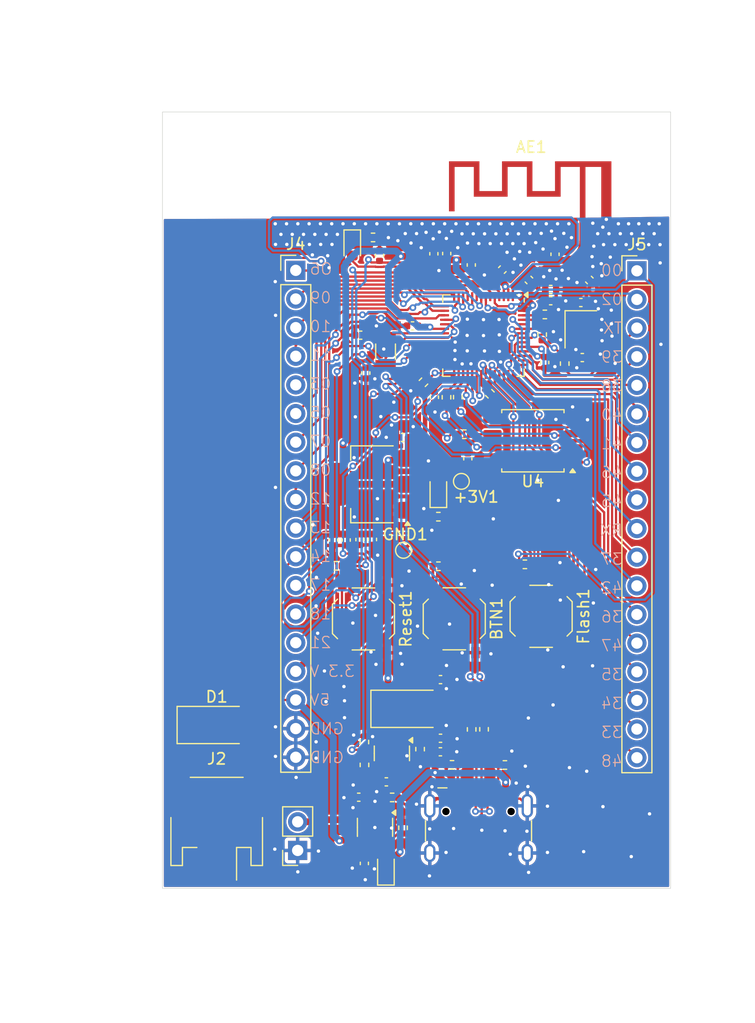
<source format=kicad_pcb>
(kicad_pcb (version 20241229) (generator "pcbnew") (generator_version "9.0")
  (layers (0 "F.Cu" signal) (4 "In1.Cu" signal) (6 "In2.Cu" signal) (2 "B.Cu" signal) (13 "F.Paste" user) (15 "B.Paste" user) (5 "F.SilkS" user "F.Silkscreen") (7 "B.SilkS" user "B.Silkscreen") (1 "F.Mask" user) (3 "B.Mask" user) (25 "Edge.Cuts" user))
  (net 0 "")
  (net 1 "GND")
  (net 2 "IO0")
  (net 3 "5V")
  (net 4 "EN")
  (net 5 "VDD_SPI")
  (net 6 "SPIQ")
  (net 7 "SPIWP")
  (net 8 "SPIHD")
  (net 9 "SPID")
  (net 10 "Net-(C8-Pad1)")
  (net 11 "IO14")
  (net 12 "Net-(D3-K)")
  (net 13 "VDD_CPU")
  (net 14 "Net-(J1-CC2)")
  (net 15 "Net-(J1-CC1)")
  (net 16 "Net-(U2-XTAL_N)")
  (net 17 "Net-(C22-Pad1)")
  (net 18 "XTAL32N")
  (net 19 "Net-(D1-A)")
  (net 20 "Net-(U3-PROG)")
  (net 21 "Net-(D4-K)")
  (net 22 "IO21")
  (net 23 "Net-(U3-STAT)")
  (net 24 "IO4{slash}BAT")
  (net 25 "IO17{slash}SCL")
  (net 26 "IO18{slash}SDA")
  (net 27 "Net-(U2-LNA_IN)")
  (net 28 "Net-(U2-XTAL_P)")
  (net 29 "TX")
  (net 30 "IO45")
  (net 31 "Net-(U2-SPIHD)")
  (net 32 "Net-(U2-SPIWP)")
  (net 33 "Net-(U2-SPICLK)")
  (net 34 "Net-(U2-SPIQ)")
  (net 35 "Net-(U2-SPID)")
  (net 36 "XTAL32P")
  (net 37 "VBAT")
  (net 38 "SPICS0")
  (net 39 "IO3")
  (net 40 "IO2")
  (net 41 "IO13")
  (net 42 "IO12")
  (net 43 "IO11")
  (net 44 "IO10")
  (net 45 "IO1")
  (net 46 "Net-(U2-U0TXD)")
  (net 47 "Net-(D2-K)")
  (net 49 "IO6")
  (net 50 "IO42")
  (net 51 "IO9")
  (net 52 "IO48")
  (net 53 "IO47")
  (net 54 "IO38")
  (net 55 "IO36")
  (net 56 "IO7")
  (net 57 "IO8")
  (net 58 "IO35")
  (net 59 "IO34")
  (net 60 "RX")
  (net 61 "IO40")
  (net 62 "IO41")
  (net 63 "IO37")
  (net 64 "IO39")
  (net 65 "IO46")
  (net 66 "IO5")
  (net 67 "IO33")
  (net 68 "SPISCK")
  (net 69 "Net-(AE1-FEED)")
  (net 70 "USB_D-")
  (net 71 "USB_D+")
  (footprint "Capacitor_SMD:C_0402_1005Metric" (layer "F.Cu") (at 165.11 55.875)
    (property "Reference" "C15" (hide yes))
    (property "Value" "1uF")
  )
  (footprint "Capacitor_SMD:C_0402_1005Metric" (layer "F.Cu") (at 167.78 57.035)
    (property "Reference" "C8" (hide yes))
    (property "Value" "12pF")
  )
  (footprint "Resistor_SMD:R_0402_1005Metric" (layer "F.Cu") (at 157.45 68.715)
    (property "Reference" "R11" (hide yes))
    (property "Value" "0R")
  )
  (footprint "Capacitor_SMD:C_0402_1005Metric" (layer "F.Cu") (at 155.89 52.69 90)
    (property "Reference" "C10" (hide yes))
    (property "Value" "1uF")
  )
  (footprint "Capacitor_SMD:C_0402_1005Metric" (layer "F.Cu") (at 152 69 180)
    (property "Reference" "C3" (hide yes))
    (property "Value" "10uF")
  )
  (footprint "Capacitor_SMD:C_0402_1005Metric" (layer "F.Cu") (at 154.8 65.435 -90)
    (property "Reference" "C24" (hide yes))
    (property "Value" "1uF")
  )
  (footprint "Resistor_SMD:R_0402_1005Metric" (layer "F.Cu") (at 162.82 80.2525 180)
    (property "Reference" "R18" (hide yes))
    (property "Value" "10K")
  )
  (footprint "Capacitor_SMD:C_0402_1005Metric" (layer "F.Cu") (at 164.58 62.355 -90)
    (property "Reference" "C19" (hide yes))
    (property "Value" "0.1uF")
  )
  (footprint "Resistor_SMD:R_0402_1005Metric" (layer "F.Cu") (at 159.2 94.88 90)
    (property "Reference" "R3" (hide yes))
    (property "Value" "33R")
  )
  (footprint "LED_SMD:LED_0603_1608Metric" (layer "F.Cu") (at 155.15 73.7275 90)
    (property "Reference" "D3" (hide yes))
    (property "Value" "LED")
  )
  (footprint "Resistor_SMD:R_0402_1005Metric" (layer "F.Cu") (at 153.53 96.64 90)
    (property "Reference" "R22" (hide yes))
    (property "Value" "100K")
  )
  (footprint "Resistor_SMD:R_0402_1005Metric" (layer "F.Cu") (at 152.02 103.615 -90)
    (property "Reference" "R16" (hide yes))
    (property "Value" "2K")
  )
  (footprint "Capacitor_SMD:C_0402_1005Metric" (layer "F.Cu") (at 167.91 61.915)
    (property "Reference" "C9" (hide yes))
    (property "Value" "12pF")
  )
  (footprint "Resistor_SMD:R_0402_1005Metric" (layer "F.Cu") (at 158.1 94.89 90)
    (property "Reference" "R4" (hide yes))
    (property "Value" "33R")
  )
  (footprint "Capacitor_SMD:C_0402_1005Metric" (layer "F.Cu") (at 148.72 63.29 -90)
    (property "Reference" "C27" (hide yes))
    (property "Value" "12pF")
  )
  (footprint "Capacitor_SMD:C_0402_1005Metric" (layer "F.Cu") (at 163.18 55.035 -45)
    (property "Reference" "DNP1" (hide yes))
    (property "Value" "15pF")
  )
  (footprint "Connector_USB:USB_C_Receptacle_HCTL_HC-TYPE-C-16P-01A" (layer "F.Cu") (at 158.71 104.775)
    (property "Reference" "J1" (hide yes))
    (property "Value" "USB_C_Receptacle_USB2.0_14P")
  )
  (footprint "Capacitor_SMD:C_0402_1005Metric" (layer "F.Cu") (at 150.54 99.54 180)
    (property "Reference" "C26" (hide yes))
    (property "Value" "10uF")
  )
  (footprint "Resistor_SMD:R_0402_1005Metric" (layer "F.Cu") (at 153.83 64.105 -135)
    (property "Reference" "R12" (hide yes))
    (property "Value" "0R")
  )
  (footprint "Resistor_SMD:R_0402_1005Metric" (layer "F.Cu") (at 164.59 58.09 180)
    (property "Reference" "R5" (hide yes))
    (property "Value" "0R")
  )
  (footprint "Resistor_SMD:R_0402_1005Metric" (layer "F.Cu") (at 166.35 62.45 -90)
    (property "Reference" "R14" (hide yes))
    (property "Value" "470R")
  )
  (footprint "Button_Switch_SMD:SW_Push_1P1T_XKB_TS-1187A" (layer "F.Cu") (at 156.56 85.0825 -90)
    (property "Reference" "BTN1")
    (property "Value" "BTN")
  )
  (footprint "Capacitor_SMD:C_0402_1005Metric" (layer "F.Cu") (at 146.98 78.095 -90)
    (property "Reference" "C4" (hide yes))
    (property "Value" "10uF")
  )
  (footprint "Diode_SMD:D_SMA" (layer "F.Cu") (at 152.68 93.065)
    (property "Reference" "D5" (hide yes))
    (property "Value" "SS14")
  )
  (footprint "Package_TO_SOT_SMD:SOT-23" (layer "F.Cu") (at 151.03 97.0125 -90)
    (property "Reference" "Q1" (hide yes))
    (property "Value" "AO3401A")
  )
  (footprint "Resistor_SMD:R_0402_1005Metric" (layer "F.Cu") (at 155.155 80.4225 180)
    (property "Reference" "R21" (hide yes))
    (property "Value" "10K")
  )
  (footprint "Connector_PinSocket_2.54mm:PinSocket_1x02_P2.54mm_Vertical" (layer "F.Cu") (at 142.6775 105.6225 180)
    (property "Reference" "J3" (hide yes))
    (property "Value" "Conn_01x02_Pin")
  )
  (footprint "Capacitor_SMD:C_0402_1005Metric" (layer "F.Cu") (at 148.0925 100.9025 180)
    (property "Reference" "C21" (hide yes))
    (property "Value" "10uF")
  )
  (footprint "Resistor_SMD:R_0402_1005Metric" (layer "F.Cu") (at 161.05 98.045 180)
    (property "Reference" "R1" (hide yes))
    (property "Value" "5.1K")
  )
  (footprint "LED_SMD:LED_0603_1608Metric" (layer "F.Cu") (at 147.5175 52.0825 -90)
    (property "Reference" "D4" (hide yes))
    (property "Value" "LED")
  )
  (footprint "Connector_PinHeader_2.54mm:PinHeader_1x18_P2.54mm_Vertical" (layer "F.Cu") (at 142.51 54.18)
    (property "Reference" "J4")
    (property "Value" "Conn_01x18_Pin")
  )
  (footprint "Resistor_SMD:R_0402_1005Metric" (layer "F.Cu") (at 148.59 96.01 90)
    (property "Reference" "R20" (hide yes))
    (property "Value" "200K")
  )
  (footprint "TestPoint:TestPoint_Pad_D1.0mm" (layer "F.Cu") (at 152.06 79.0125)
    (property "Reference" "GND1")
    (property "Value" "GND")
  )
  (footprint "RF_Antenna:Texas_SWRA117D_2.4GHz_Left" (layer "F.Cu") (at 167.94 49.66)
    (property "Reference" "AE1")
    (property "Value" "Antenna")
  )
  (footprint "Capacitor_SMD:C_0402_1005Metric" (layer "F.Cu") (at 148.59 106.775 -90)
    (property "Reference" "C12" (hide yes))
    (property "Value" "10uF")
  )
  (footprint "Diode_SMD:D_SMA" (layer "F.Cu") (at 135.5 94.5)
    (property "Reference" "D1")
    (property "Value" "D_SCHOTTKY")
  )
  (footprint "Resistor_SMD:R_0402_1005Metric" (layer "F.Cu") (at 164.35 59.875 -90)
    (property "Reference" "R6" (hide yes))
    (property "Value" "DNP")
  )
  (footprint "Capacitor_SMD:C_0402_1005Metric" (layer "F.Cu") (at 149.935 52.8575 90)
    (property "Reference" "C25" (hide yes))
    (property "Value" "0.1uF")
  )
  (footprint "Capacitor_SMD:C_0402_1005Metric" (layer "F.Cu") (at 165.11 56.875)
    (property "Reference" "C17" (hide yes))
    (property "Value" "10nF")
  )
  (footprint "Capacitor_SMD:C_0402_1005Metric" (layer "F.Cu") (at 155.33 96.875)
    (property "Reference" "C6" (hide yes))
    (property "Value" "10uF")
  )
  (footprint "Capacitor_SMD:C_0402_1005Metric" (layer "F.Cu") (at 160.82 54.115 45)
    (property "Reference" "C14" (hide yes))
    (property "Value" "0.1uF")
  )
  (footprint "Capacitor_SMD:C_0402_1005Metric" (layer "F.Cu") (at 152.86 59.105 180)
    (property "Reference" "C16" (hide yes))
    (property "Value" "0.1uF")
  )
  (footprint "Resistor_SMD:R_0402_1005Metric" (layer "F.Cu") (at 159.72 65.125 -45)
    (property "Reference" "R13" (hide yes))
    (property "Value" "0R")
  )
  (footprint "Inductor_SMD:L_0402_1005Metric" (layer "F.Cu") (at 163.89 53.655 45)
    (property "Reference" "L2" (hide yes))
    (property "Value" "4.7nH")
  )
  (footprint "Crystal:Crystal_SMD_2520-4Pin_2.5x2.0mm" (layer "F.Cu") (at 167.78 59.41 -90)
    (property "Reference" "Y1" (hide yes))
    (property "Value" "40MHz(10ppm)")
  )
  (footprint "Resistor_SMD:R_0402_1005Metric" (layer "F.Cu") (at 156.875 65.425 -90)
    (property "Reference" "R10" (hide yes))
    (property "Value" "0R")
  )
  (footprint "Package_TO_SOT_SMD:SOT-223-3_TabPin2" (layer "F.Cu") (at 149.29 73.155 180)
    (property "Reference" "U1" (hide yes))
    (property "Value" "AMS1117-3.3")
  )
  (footprint "Capacitor_SMD:C_0402_1005Metric" (layer "F.Cu") (at 157.76 70.885 90)
    (property "Reference" "C23" (hide yes))
    (property "Value" "0.1uF")
  )
  (footprint "LED_SMD:LED_0603_1608Metric" (layer "F.Cu") (at 150.5 107.2075 90)
    (property "Reference" "D2" (hide yes))
    (property "Value" "LED")
  )
  (footprint "Resistor_SMD:R_0402_1005Metric" (layer "F.Cu") (at 148.6 98.04 90)
    (property "Reference" "R19" (hide yes))
    (property "Value" "200K")
  )
  (footprint "Capacitor_SMD:C_0402_1005Metric" (layer "F.Cu") (at 168.53442 55.035 -45)
    (property "Reference" "C22" (hide yes))
    (property "Value" "DNP")
  )
  (footprint "Inductor_SMD:L_0402_1005Metric" (layer "F.Cu") (at 167.091473 53.592053 135)
    (property "Reference" "L3" (hide yes))
    (property "Value" "DNP")
  )
  (footprint "Capacitor_SMD:C_0402_1005Metric" (layer "F.Cu") (at 145.87 78.095 -90)
    (property "Reference" "C18" (hide yes))
    (property "Value" "10uF")
  )
  (footprint "Connector_JST:JST_PH_S2B-PH-SM4-TB_1x02-1MP_P2.00mm_Horizontal" (layer "F.Cu") (at 135.5 103.65 180)
    (property "Reference" "J2")
    (property "Value" "SOLAR_IN")
  )
  (footprint "Package_DFN_QFN:QFN-56-1EP_7x7mm_P0.4mm_EP4x4mm" (layer "F.Cu") (at 159.15 59.965 -90)
    (property "Reference" "U2" (hide yes))
    (property "Value" "ESP32-S3")
  )
  (footprint "Capacitor_SMD:C_0402_1005Metric" (layer "F.Cu") (at 148.2 78.055 -90)
    (property "Reference" "C5" (hide yes))
    (property "Value" "0.1uF")
  )
  (footprint "Package_TO_SOT_SMD:SOT-23-5" (layer "F.Cu") (at 149.5325 103.575 -90)
    (property "Reference" "U3" (hide yes))
    (property "Value" "MCP73831-2-OT")
  )
  (footprint "Capacitor_SMD:C_0402_1005Metric" (layer "F.Cu") (at 155.34 95.675)
    (property "Reference" "C1" (hide yes))
    (property "Value" "10uF")
  )
  (footprint "Resistor_SMD:R_0402_1005Metric" (layer "F.Cu") (at 155.15 76.025 180)
    (property "Reference" "R8" (hide yes))
    (property "Value" "470R")
  )
  (footprint "Capacitor_SMD:C_0402_1005Metric" (layer "F.Cu") (at 154.75 52.71 90)
    (property "Reference" "C7" (hide yes))
    (property "Value" "10uF")
  )
  (footprint "Capacitor_SMD:C_0402_1005Metric" (layer "F.Cu") (at 148.26 59.93 180)
    (property "Reference" "C28" (hide yes))
    (property "Value" "12pF")
  )
  (footprint "Resistor_SMD:R_0402_1005Metric" (layer "F.Cu") (at 151.0525 100.9225)
    (property "Reference" "R7" (hide yes))
    (property "Value" "1K")
  )
  (footprint "Resistor_SMD:R_0402_1005Metric" (layer "F.Cu") (at 146.07 80.3825 180)
    (property "Reference" "R17" (hide yes))
    (property "Value" "10K")
  )
  (footprint "Button_Switch_SMD:SW_Push_1P1T_XKB_TS-1187A" (layer "F.Cu") (at 164.26 84.8625 -90)
    (property "Reference" "Flash1")
    (property "Value" "Flash")
  )
  (footprint "Capacitor_SMD:C_0402_1005Metric" (layer "F.Cu") (at 165.491473 52.755 90)
    (property "Reference" "C20" (hide yes))
    (property "Value" "15pF")
  )
  (footprint "Resistor_SMD:R_0402_1005Metric" (layer "F.Cu") (at 156.36 98.035)
    (property "Reference" "R2" (hide yes))
    (property "Value" "5.1K")
  )
  (footprint "Resistor_SMD:R_0402_1005Metric" (layer "F.Cu") (at 149.36 51.26)
    (property "Reference" "R15" (hide yes))
    (property "Value" "470R")
  )
  (footprint "Inductor_SMD:L_0402_1005Metric" (layer "F.Cu") (at 159.57 53.265)
    (property "Reference" "L1" (hide yes))
    (property "Value" "2nH")
  )
  (footprint "Connector_PinHeader_2.54mm:PinHeader_1x18_P2.54mm_Vertical" (layer "F.Cu") (at 172.75 54.22)
    (property "Reference" "J5")
    (property "Value" "Conn_01x18_Pin")
  )
  (footprint "Resistor_SMD:R_0402_1005Metric" (layer "F.Cu") (at 155.87 65.435 -90)
    (property "Reference" "R9" (hide yes))
    (property "Value" "0R")
  )
  (footprint "Capacitor_SMD:C_0402_1005Metric" (layer "F.Cu") (at 158.07 53.705 -90)
    (property "Reference" "C11" (hide yes))
    (property "Value" "0.1uF")
  )
  (footprint "Capacitor_SMD:C_0402_1005Metric" (layer "F.Cu") (at 155.34 90.475)
    (property "Reference" "C2" (hide yes))
    (property "Value" "0.1uF")
  )
  (footprint "Button_Switch_SMD:SW_Push_1P1T_XKB_TS-1187A" (layer "F.Cu") (at 148.51 85.095 -90)
    (property "Reference" "Reset1")
    (property "Value" "Reset")
  )
  (footprint "Package_SO:SOIC-8_5.3x5.3mm_P1.27mm" (layer "F.Cu") (at 163.53 69.295 180)
    (property "Reference" "U4")
    (property "Value" "W25Q128JVS")
  )
  (footprint "Capacitor_SMD:C_0402_1005Metric" (layer "F.Cu") (at 149.31 78.045 -90)
    (property "Reference" "C13" (hide yes))
    (property "Value" "10uF")
  )
  (footprint "TestPoint:TestPoint_Pad_D1.0mm" (layer "F.Cu") (at 157.19 72.8925)
    (property "Reference" "+3V1")
    (property "Value" "+3V3")
  )
  (footprint "Crystal:Crystal_SMD_3215-2Pin_3.2x1.5mm" (layer "F.Cu") (at 150.47 61.39 -90)
    (property "Reference" "Y2" (hide yes))
    (property "Value" "32.768 kHz")
  )
  (gr_arc (start 167.943221 51.635) (mid 167.638927 52.608324) (end 166.83442 53.235) (stroke (width 0.6)) (layer "F.Cu") (net 69))
  (gr_line (start 160.57 66.96) (end 160.57 67.25) (stroke (width 0.2)) (layer "F.Cu") (net 9))
  (gr_arc (start 160.405013 54.330368) (mid 160.160001 53.995001) (end 160.076678 53.588112) (stroke (width 0.6)) (layer "F.Cu") (net 5))
  (gr_rect (start 130.69 40.135) (end 175.74 108.985) (stroke (width 0.05)) (fill no) (layer "Edge.Cuts"))
  (gr_text "03" (at 145.714762 64.832941 0) (layer "B.SilkS") (effects (font (size 1 1) (thickness 0.1)) (justify left bottom mirror)))
  (gr_text "O6" (at 145.81 54.64 0) (layer "B.SilkS") (effects (font (size 1 1) (thickness 0.1)) (justify left bottom mirror)))
  (gr_text "3.3 V" (at 147.81 90.315294 0) (layer "B.SilkS") (effects (font (size 1 1) (thickness 0.1)) (justify left bottom mirror)))
  (gr_text "46" (at 171.54 72.69 0) (layer "B.SilkS") (effects (font (size 1 1) (thickness 0.1)) (justify left bottom mirror)))
  (gr_text "17" (at 145.714762 82.670588 0) (layer "B.SilkS") (effects (font (size 1 1) (thickness 0.1)) (justify left bottom mirror)))
  (gr_text "38" (at 171.54 65.01 0) (layer "B.SilkS") (effects (font (size 1 1) (thickness 0.1)) (justify left bottom mirror)))
  (gr_text "10" (at 145.714762 59.736471 0) (layer "B.SilkS") (effects (font (size 1 1) (thickness 0.1)) (justify left bottom mirror)))
  (gr_text "5V" (at 145.619524 92.863529 0) (layer "B.SilkS") (effects (font (size 1 1) (thickness 0.1)) (justify left bottom mirror)))
  (gr_text "36" (at 171.54 85.49 0) (layer "B.SilkS") (effects (font (size 1 1) (thickness 0.1)) (justify left bottom mirror)))
  (gr_text "13" (at 145.714762 77.574118 0) (layer "B.SilkS") (effects (font (size 1 1) (thickness 0.1)) (justify left bottom mirror)))
  (gr_text "48" (at 171.54 98.29 0) (layer "B.SilkS") (effects (font (size 1 1) (thickness 0.1)) (justify left bottom mirror)))
  (gr_text "45" (at 171.54 75.25 0) (layer "B.SilkS") (effects (font (size 1 1) (thickness 0.1)) (justify left bottom mirror)))
  (gr_text "RX" (at 171.54 77.81 0) (layer "B.SilkS") (effects (font (size 1 1) (thickness 0.1)) (justify left bottom mirror)))
  (gr_text "34" (at 171.54 93.17 0) (layer "B.SilkS") (effects (font (size 1 1) (thickness 0.1)) (justify left bottom mirror)))
  (gr_text "00" (at 171.54 54.77 0) (layer "B.SilkS") (effects (font (size 1 1) (thickness 0.1)) (justify left bottom mirror)))
  (gr_text "12" (at 145.714762 75.025882 0) (layer "B.SilkS") (effects (font (size 1 1) (thickness 0.1)) (justify left bottom mirror)))
  (gr_text "42" (at 171.54 82.93 0) (layer "B.SilkS") (effects (font (size 1 1) (thickness 0.1)) (justify left bottom mirror)))
  (gr_text "08\n" (at 145.714762 72.477647 0) (layer "B.SilkS") (effects (font (size 1 1) (thickness 0.1)) (justify left bottom mirror)))
  (gr_text "35" (at 171.54 90.61 0) (layer "B.SilkS") (effects (font (size 1 1) (thickness 0.1)) (justify left bottom mirror)))
  (gr_text "18" (at 145.714762 85.218824 0) (layer "B.SilkS") (effects (font (size 1 1) (thickness 0.1)) (justify left bottom mirror)))
  (gr_text "33" (at 171.54 95.73 0) (layer "B.SilkS") (effects (font (size 1 1) (thickness 0.1)) (justify left bottom mirror)))
  (gr_text "07" (at 145.714762 69.929412 0) (layer "B.SilkS") (effects (font (size 1 1) (thickness 0.1)) (justify left bottom mirror)))
  (gr_text "05" (at 145.714762 67.381176 0) (layer "B.SilkS") (effects (font (size 1 1) (thickness 0.1)) (justify left bottom mirror)))
  (gr_text "47" (at 171.54 88.05 0) (layer "B.SilkS") (effects (font (size 1 1) (thickness 0.1)) (justify left bottom mirror)))
  (gr_text "11" (at 145.714762 62.284706 0) (layer "B.SilkS") (effects (font (size 1 1) (thickness 0.1)) (justify left bottom mirror)))
  (gr_text "21" (at 145.714762 87.767059 0) (layer "B.SilkS") (effects (font (size 1 1) (thickness 0.1)) (justify left bottom mirror)))
  (gr_text "39" (at 171.54 62.45 0) (layer "B.SilkS") (effects (font (size 1 1) (thickness 0.1)) (justify left bottom mirror)))
  (gr_text "14" (at 145.714762 80.122353 0) (layer "B.SilkS") (effects (font (size 1 1) (thickness 0.1)) (justify left bottom mirror)))
  (gr_text "37" (at 171.54 80.37 0) (layer "B.SilkS") (effects (font (size 1 1) (thickness 0.1)) (justify left bottom mirror)))
  (gr_text "41" (at 171.54 70.13 0) (layer "B.SilkS") (effects (font (size 1 1) (thickness 0.1)) (justify left bottom mirror)))
  (gr_text "GND" (at 146.857619 95.411765 0) (layer "B.SilkS") (effects (font (size 1 1) (thickness 0.1)) (justify left bottom mirror)))
  (gr_text "09" (at 145.714762 57.188235 0) (layer "B.SilkS") (effects (font (size 1 1) (thickness 0.1)) (justify left bottom mirror)))
  (gr_text "GND" (at 146.857619 97.96 0) (layer "B.SilkS") (effects (font (size 1 1) (thickness 0.1)) (justify left bottom mirror)))
  (gr_text "TX" (at 171.54 59.89 0) (layer "B.SilkS") (effects (font (size 1 1) (thickness 0.1)) (justify left bottom mirror)))
  (gr_text "40" (at 171.54 67.57 0) (layer "B.SilkS") (effects (font (size 1 1) (thickness 0.1)) (justify left bottom mirror)))
  (gr_text "02" (at 171.54 57.33 0) (layer "B.SilkS") (effects (font (size 1 1) (thickness 0.1)) (justify left bottom mirror)))
  (segment (start 154.8 66.695) (end 154.85 66.745) (width 0.2) (layer "F.Cu") (net 1))
  (segment (start 161.91 101.03) (end 162.39 101.03) (width 0.2) (layer "F.Cu") (net 1))
  (segment (start 154.64 76.025) (end 153.01 76.025) (width 0.6) (layer "F.Cu") (net 1))
  (segment (start 153.01 76.025) (end 152.44 75.455) (width 0.6) (layer "F.Cu") (net 1))
  (segment (start 154.58 99.98) (end 154.58 100.1) (width 0.2) (layer "F.Cu") (net 1))
  (segment (start 162.39 101.03) (end 163.03 101.67) (width 0.2) (layer "F.Cu") (net 1))
  (segment (start 167.34 61.205) (end 167.34 60.545) (width 0.2) (layer "F.Cu") (net 1))
  (segment (start 164.21 54.745) (end 163.580589 55.374411) (width 0.2) (layer "F.Cu") (net 1))
  (segment (start 152.38 59.105) (end 149.655 59.105) (width 0.4) (layer "F.Cu") (net 1))
  (segment (start 155.33 100.19) (end 155.5 100.36) (width 0.2) (layer "F.Cu") (net 1))
  (segment (start 154.58 100.1) (end 154.67 100.19) (width 0.2) (layer "F.Cu") (net 1))
  (segment (start 141.7066 108.5034) (end 142.69 107.52) (width 0.2) (layer "F.Cu") (net 1))
  (segment (start 155.51 101.03) (end 155.03 101.03) (width 0.2) (layer "F.Cu") (net 1))
  (segment (start 134.5 108.5) (end 134.5034 108.5034) (width 0.2) (layer "F.Cu") (net 1))
  (segment (start 154.67 100.19) (end 155.33 100.19) (width 0.2) (layer "F.Cu") (net 1))
  (segment (start 161.91 99.79) (end 162.05 99.65) (width 0.2) (layer "F.Cu") (net 1))
  (segment (start 164.49 54.745) (end 164.21 54.745) (width 0.2) (layer "F.Cu") (net 1))
  (segment (start 134.5034 108.5034) (end 141.7066 108.5034) (width 0.2) (layer "F.Cu") (net 1))
  (segment (start 154.8 65.915) (end 154.8 66.695) (width 0.2) (layer "F.Cu") (net 1))
  (segment (start 155.03 101.03) (end 154.39 101.67) (width 0.2) (layer "F.Cu") (net 1))
  (segment (start 155.5 101.02) (end 155.51 101.03) (width 0.2) (layer "F.Cu") (net 1))
  (segment (start 167.48 61.965) (end 167.43 61.915) (width 0.2) (layer "F.Cu") (net 1))
  (segment (start 167.34 60.545) (end 167.08 60.285) (width 0.2) (layer "F.Cu") (net 1))
  (segment (start 163.580589 55.374411) (end 163.519411 55.374411) (width 0.2) (layer "F.Cu") (net 1))
  (segment (start 155.5 100.36) (end 155.5 101.02) (width 0.2) (layer "F.Cu") (net 1))
  (segment (start 152.27 75.5925) (end 152.42 75.7425) (width 0.2) (layer "F.Cu") (net 1))
  (segment (start 134.5 106.5) (end 134.5 108.5) (width 0.2) (layer "F.Cu") (net 1))
  (segment (start 161.91 101.03) (end 161.91 99.79) (width 0.2) (layer "F.Cu") (net 1))
  (via (at 165.8 57.66) (size 0.6) (drill 0.3) (layers "F.Cu" "B.Cu") (net 1))
  (via (at 166.27 50.9) (size 0.6) (drill 0.3) (layers "F.Cu" "B.Cu") (net 1))
  (via (at 165.79 74.58) (size 0.6) (drill 0.3) (layers "F.Cu" "B.Cu") (net 1))
  (via (at 171.11 50.05) (size 0.6) (drill 0.3) (layers "F.Cu" "B.Cu") (net 1))
  (via (at 161.77 54.36) (size 0.6) (drill 0.3) (layers "F.Cu" "B.Cu") (net 1))
  (via (at 149.62 89.12) (size 0.6) (drill 0.3) (layers "F.Cu" "B.Cu") (net 1))
  (via (at 160.02 76.22) (size 0.6) (drill 0.3) (layers "F.Cu" "B.Cu") (net 1))
  (via (at 173.278846 50.93) (size 0.6) (drill 0.3) (layers "F.Cu" "B.Cu") (net 1))
  (via (at 169.794231 51.9) (size 0.6) (drill 0.3) (layers "F.Cu" "B.Cu") (net 1))
  (via (at 143.693462 50.05) (size 0.6) (drill 0.3) (layers "F.Cu" "B.Cu") (net 1))
  (via (at 157.26 88.1) (size 0.6) (drill 0.3) (layers "F.Cu" "B.Cu") (net 1))
  (via (at 162.36 52.51) (size 0.6) (drill 0.3) (layers "F.Cu" "B.Cu") (net 1))
  (via (at 156.81 95.72) (size 0.6) (drill 0.3) (layers "F.Cu" "B.Cu") (net 1))
  (via (at 170.82 62.43) (size 0.6) (drill 0.3) (layers "F.Cu" "B.Cu") (net 1))
  (via (at 169.73 50.35) (size 0.6) (drill 0.3) (layers "F.Cu" "B.Cu") (net 1))
  (via (at 161.06 103.88) (size 0.6) (drill 0.3) (layers "F.Cu" "B.Cu") (net 1))
  (via (at 151.56 51.55) (size 0.6) (drill 0.3) (layers "F.Cu" "B.Cu") (net 1))
  (via (at 156.708462 50.05) (size 0.6) (drill 0.3) (layers "F.Cu" "B.Cu") (net 1))
  (via (at 168.89 83.68) (size 0.6) (drill 0.3) (layers "F.Cu" "B.Cu") (net 1))
  (via (at 155.83 105.8) (size 0.6) (drill 0.3) (layers "F.Cu" "B.Cu") (net 1))
  (via (at 165.32 92.72) (size 0.6) (drill 0.3) (layers "F.Cu" "B.Cu") (net 1))
  (via (at 169.64 54.66) (size 0.6) (drill 0.3) (layers "F.Cu" "B.Cu") (net 1))
  (via (at 166.68 54.91) (size 0.6) (drill 0.3) (layers "F.Cu" "B.Cu") (net 1))
  (via (at 169.61 59.47) (size 0.6) (drill 0.3) (layers "F.Cu" "B.Cu") (net 1))
  (via (at 147.68 70.79) (size 0.6) (drill 0.3) (layers "F.Cu" "B.Cu") (net 1))
  (via (at 144.01 76.74) (size 0.6) (drill 0.3) (layers "F.Cu" "B.Cu") (net 1))
  (via (at 154.06 50.81) (size 0.6) (drill 0.3) (layers "F.Cu" "B.Cu") (net 1))
  (via (at 157.18 82) (size 0.6) (drill 0.3) (layers "F.Cu" "B.Cu") (net 1))
  (via (at 141.715385 51.88) (size 0.6) (drill 0.3) (layers "F.Cu" "B.Cu") (net 1))
  (via (at 145.46 53.95) (size 0.6) (drill 0.3) (layers "F.Cu" "B.Cu") (net 1))
  (via (at 147.7 76.05) (size 0.6) (drill 0.3) (layers "F.Cu" "B.Cu") (net 1))
  (via (at 165.49 51.37) (size 0.6) (drill 0.3) (layers "F.Cu" "B.Cu") (net 1))
  (via (at 147.74 64.18) (size 0.6) (drill 0.3) (layers "F.Cu" "B.Cu") (net 1))
  (via (at 161.52 105.96) (size 0.6) (drill 0.3) (layers "F.Cu" "B.Cu") (net 1))
  (via (at 154.27 71.08) (size 0.6) (drill 0.3) (layers "F.Cu" "B.Cu") (net 1))
  (via (at 164.267693 50.9) (size 0.6) (drill 0.3) (layers "F.Cu" "B.Cu") (net 1))
  (via (at 169.51 61.61) (size 0.6) (drill 0.3) (layers "F.Cu" "B.Cu") (net 1))
  (via (at 162.86 98.15) (size 0.6) (drill 0.3) (layers "F.Cu" "B.Cu") (net 1))
  (via (at 151.702692 50.05) (size 0.6) (drill 0.3) (layers "F.Cu" "B.Cu") (net 1))
  (via (at 159.15 58.55) (size 0.6) (drill 0.3) (layers "F.Cu" "B.Cu") (net 1))
  (via (at 149.48 107.26) (size 0.6) (drill 0.3) (layers "F.Cu" "B.Cu") (net 1))
  (via (at 144.718846 51.88) (size 0.6) (drill 0.3) (layers "F.Cu" "B.Cu") (net 1))
  (via (at 144.31 97.44) (size 0.6) (drill 0.3) (layers "F.Cu" "B.Cu") (net 1))
  (via (at 151.92 82.15) (size 0.6) (drill 0.3) (layers "F.Cu" "B.Cu") (net 1))
  (via (at 149.32 95.53) (size 0.6) (drill 0.3) (layers "F.Cu" "B.Cu") (net 1))
  (via (at 174.88 60.74) (size 0.6) (drill 0.3) (layers "F.Cu" "B.Cu") (net 1))
  (via (at 140.72 58.17) (size 0.6) (drill 0.3) (layers "F.Cu" "B.Cu") (net 1))
  (via (at 163.242307 52.58) (size 0.6) (drill 0.3) (layers "F.Cu" "B.Cu") (net 1))
  (via (at 165.58 54.94) (size 0.6) (drill 0.3) (layers "F.Cu" "B.Cu") (net 1))
  (via (at 159 103.83) (size 0.6) (drill 0.3) (layers "F.Cu" "B.Cu") (net 1))
  (via (at 146.83 92.35) (size 0.6) (drill 0.3) (layers "F.Cu" "B.Cu") (net 1))
  (via (at 174.28 50.93) (size 0.6) (drill 0.3) (layers "F.Cu" "B.Cu") (net 1))
  (via (at 161.248846 50.94) (size 0.6) (drill 0.3) (layers "F.Cu" "B.Cu") (net 1))
  (via (at 147.6 99.82) (size 0.6) (drill 0.3) (layers "F.Cu" "B.Cu") (net 1))
  (via (at 147.698077 50.05) (size 0.6) (drill 0.3) (layers "F.Cu" "B.Cu") (net 1))
  (via (at 159.246539 50.94) (size 0.6) (drill 0.3) (layers "F.Cu" "B.Cu") (net 1))
  (via (at 145.72 51.88) (size 0.6) (drill 0.3) (layers "F.Cu" "B.Cu") (net 1))
  (via (at 150.31 61.16) (size 0.6) (drill 0.3) (layers "F.Cu" "B.Cu") (net 1))
  (via (at 140.71 94.66) (size 0.6) (drill 0.3) (layers "F.Cu" "B.Cu") (net 1))
  (via (at 174.8 51.9) (size 0.6) (drill 0.3) (layers "F.Cu" "B.Cu") (net 1))
  (via (at 154.69 51.38) (size 0.6) (drill 0.3) (layers "F.Cu" "B.Cu") (net 1))
  (via (at 164.93 82.05) (size 0.6) (drill 0.3) (layers "F.Cu" "B.Cu") (net 1))
  (via (at 154.706154 50.05) (size 0.6) (drill 0.3) (layers "F.Cu" "B.Cu") (net 1))
  (via (at 157.709615 50.05) (size 0.6) (drill 0.3) (layers "F.Cu" "B.Cu") (net 1))
  (via (at 142.69 107.52) (size 0.6) (drill 0.3) (layers "F.Cu" "B.Cu") (net 1))
  (via (at 153.86 75.31) (size 0.6) (drill 0.3) (layers "F.Cu" "B.Cu") (net 1))
  (via (at 153.216539 50.92) (size 0.6) (drill 0.3) (layers "F.Cu" "B.Cu") (net 1))
  (via (at 149.73 76.23) (size 0.6) (drill 0.3) (layers "F.Cu" "B.Cu") (net 1))
  (via (at 172.25 106.17) (size 0.6) (drill 0.3) (layers "F.Cu" "B.Cu") (net 1))
  (via (at 141.691154 50.05) (size 0.6) (drill 0.3) (layers "F.Cu" "B.Cu") (net 1))
  (via (at 161.714231 50.05) (size 0.6) (drill 0.3) (layers "F.Cu" "B.Cu") (net 1))
  (via (at 146.696923 50.05) (size 0.6) (drill 0.3) (layers "F.Cu" "B.Cu") (net 1))
  (via (at 159.92 82.1) (size 0.6) (drill 0.3) (layers "F.Cu" "B.Cu") (net 1))
  (via (at 152.215385 50.92) (size 0.6) (drill 0.3) (layers "F.Cu" "B.Cu") (net 1))
  (via (at 149.53 101.27) (size 0.6) (drill 0.3) (layers "F.Cu" "B.Cu") (net 1))
  (via (at 156.62 61.29) (size 0.6) (drill 0.3) (layers "F.Cu" "B.Cu") (net 1))
  (via (at 147.57 85.46) (size 0.6) (drill 0.3) (layers "F.Cu" "B.Cu") (net 1))
  (via (at 158.34 80.8) (size 0.6) (drill 0.3) (layers "F.Cu" "B.Cu") (net 1))
  (via (at 165.99 60.34) (size 0.6) (drill 0.3) (layers "F.Cu" "B.Cu") (net 1))
  (via (at 168.3 98.6) (size 0.6) (drill 0.3) (layers "F.Cu" "B.Cu") (net 1))
  (via (at 155.85 94.54) (size 0.6) (drill 0.3) (layers "F.Cu" "B.Cu") (net 1))
  (via (at 157.73 51.76) (size 0.6) (drill 0.3) (layers "F.Cu" "B.Cu") (net 1))
  (via (at 149.68 100.41) (size 0.6) (drill 0.3) (layers "F.Cu" "B.Cu") (net 1))
  (via (at 146.78 100.94) (size 0.6) (drill 0.3) (layers "F.Cu" "B.Cu") (net 1))
  (via (at 164.717692 50.05) (size 0.6) (drill 0.3) (layers "F.Cu" "B.Cu") (net 1))
  (via (at 169.74 101.74) (size 0.6) (drill 0.3) (layers "F.Cu" "B.Cu") (net 1))
  (via (at 172.92 50.05) (size 0.6) (drill 0.3) (layers "F.Cu" "B.Cu") (net 1))
  (via (at 169.64 58.53) (size 0.6) (drill 0.3) (layers "F.Cu" "B.Cu") (net 1))
  (via (at 154.58 99.98) (size 0.6) (drill 0.3) (layers "F.Cu" "B.Cu") (net 1))
  (via (at 152.92 68.04) (size 0.6) (drill 0.3) (layers "F.Cu" "B.Cu") (net 1))
  (via (at 153.56 98.2) (size 0.6) (drill 0.3) (layers "F.Cu" "B.Cu") (net 1))
  (via (at 154.38 103.71) (size 0.6) (drill 0.3) (layers "F.Cu" "B.Cu") (net 1))
  (via (at 162.25 50.94) (size 0.6) (drill 0.3) (layers "F.Cu" "B.Cu") (net 1))
  (via (at 156.33 50.72) (size 0.6) (drill 0.3) (layers "F.Cu" "B.Cu") (net 1))
  (via (at 157.26 62.48) (size 0.6) (drill 0.3) (layers "F.Cu" "B.Cu") (net 1))
  (via (at 165.02 54.19) (size 0.6) (drill 0.3) (layers "F.Cu" "B.Cu") (net 1))
  (via (at 163.98 72.8) (size 0.6) (drill 0.3) (layers "F.Cu" "B.Cu") (net 1))
  (via (at 155.86 51.35) (size 0.6) (drill 0.3) (layers "F.Cu" "B.Cu") (net 1))
  (via (at 165.48 62.72) (size 0.6) (drill 0.3) (layers "F.Cu" "B.Cu") (net 1))
  (via (at 163.13 93.88) (size 0.6) (drill 0.3) (layers "F.Cu" "B.Cu") (net 1))
  (via (at 142.716539 51.88) (size 0.6) (drill 0.3) (layers "F.Cu" "B.Cu") (net 1))
  (via (at 146.83 93.85) (size 0.6) (drill 0.3) (layers "F.Cu" "B.Cu") (net 1))
  (via (at 171.276539 50.93) (size 0.6) (drill 0.3) (layers "F.Cu" "B.Cu") (net 1))
  (via (at 153.3 85.73) (size 0.6) (drill 0.3) (layers "F.Cu" "B.Cu") (net 1))
  (via (at 151.93 89.11) (size 0.6) (drill 0.3) (layers "F.Cu" "B.Cu") (net 1))
  (via (at 142.54 99.15) (size 0.6) (drill 0.3) (layers "F.Cu" "B.Cu") (net 1))
  (via (at 173.798846 51.9) (size 0.6) (drill 0.3) (layers "F.Cu" "B.Cu") (net 1))
  (via (at 145.198846 50.99) (size 0.6) (drill 0.3) (layers "F.Cu" "B.Cu") (net 1))
  (via (at 144.31 95.99) (size 0.6) (drill 0.3) (layers "F.Cu" "B.Cu") (net 1))
  (via (at 167.34 61.205) (size 0.6) (drill 0.3) (layers "F.Cu" "B.Cu") (net 1))
  (via (at 156.14 85.55) (size 0.6) (drill 0.3) (layers "F.Cu" "B.Cu") (net 1))
  (via (at 159.23 54.59) (size 0.6) (drill 0.3) (layers "F.Cu" "B.Cu") (net 1))
  (via (at 159.15 59.965) (size 0.6) (drill 0.3) (layers "F.Cu" "B.Cu") (net 1))
  (via (at 150.72 51.28) (size 0.6) (drill 0.3) (layers "F.Cu" "B.Cu") (net 1))
  (via (at 156.8 90.46) (size 0.6) (drill 0.3) (layers "F.Cu" "B.Cu") (net 1))
  (via (at 152.55 80.85) (size 0.6) (drill 0.3) (layers "F.Cu" "B.Cu") (net 1))
  (via (at 165.93 80.1) (size 0.6) (drill 0.3) (layers "F.Cu" "B.Cu") (net 1))
  (via (at 162.748846 51.81) (size 0.6) (drill 0.3) (layers "F.Cu" "B.Cu") (net 1))
  (via (at 166.72 50.05) (size 0.6) (drill 0.3) (layers "F.Cu" "B.Cu") (net 1))
  (via (at 168.84 50) (size 0.6) (drill 0.3) (layers "F.Cu" "B.Cu") (net 1))
  (via (at 140.71 97.28) (size 0.6) (drill 0.3) (layers "F.Cu" "B.Cu") (net 1))
  (via (at 147.79 67.17) (size 0.6) (drill 0.3) (layers "F.Cu" "B.Cu") (net 1))
  (via (at 167.05 66.29) (size 0.6) (drill 0.3) (layers "F.Cu" "B.Cu") (net 1))
  (via (at 153.63 52.17) (size 0.6) (drill 0.3) (layers "F.Cu" "B.Cu") (net 1))
  (via (at 140.69 55.18) (size 0.6) (drill 0.3) (layers "F.Cu" "B.Cu") (net 1))
  (via (at 142.692308 50.05) (size 0.6) (drill 0.3) (layers "F.Cu" "B.Cu") (net 1))
  (via (at 147.64 95.39) (size 0.6) (drill 0.3) (layers "F.Cu" "B.Cu") (net 1))
  (via (at 163.266539 50.9) (size 0.6) (drill 0.3) (layers "F.Cu" "B.Cu") (net 1))
  (via (at 148.67 108.22) (size 0.6) (drill 0.3) (layers "F.Cu" "B.Cu") (net 1))
  (via (at 168.82 89.25) (size 0.6) (drill 0.3) (layers "F.Cu" "B.Cu") (net 1))
  (via (at 156.5 103.68) (size 0.6) (drill 0.3) (layers "F.Cu" "B.Cu") (net 1))
  (via (at 140.65 105.51) (size 0.6) (drill 0.3) (layers "F.Cu" "B.Cu") (net 1))
  (via (at 157.71 61.32) (size 0.6) (drill 0.3) (layers "F.Cu" "B.Cu") (net 1))
  (via (at 160.56 61.37) (size 0.6) (drill 0.3) (layers "F.Cu" "B.Cu") (net 1))
  (via (at 159.745385 51.81) (size 0.6) (drill 0.3) (layers "F.Cu" "B.Cu") (net 1))
  (via (at 172.277693 50.93) (size 0.6) (drill 0.3) (layers "F.Cu" "B.Cu") (net 1))
  (via (at 161.89 53.16) (size 0.6) (drill 0.3) (layers "F.Cu" "B.Cu") (net 1))
  (via (at 150.701538 50.05) (size 0.6) (drill 0.3) (layers "F.Cu" "B.Cu") (net 1))
  (via (at 168.03 105.73) (size 0.6) (drill 0.3) (layers "F.Cu" "B.Cu") (net 1))
  (via (at 149.58 84.78) (size 0.6) (drill 0.3) (layers "F.Cu" "B.Cu") (net 1))
  (via (at 169.59 53.59) (size 0.6) (drill 0.3) (layers "F.Cu" "B.Cu") (net 1))
  (via (at 166.44 56.89) (size 0.6) (drill 0.3) (layers "F.Cu" "B.Cu") (net 1))
  (via (at 163 103.92) (size 0.6) (drill 0.3) (layers "F.Cu" "B.Cu") (net 1))
  (via (at 149.18 88.02) (size 0.6) (drill 0.3) (layers "F.Cu" "B.Cu") (net 1))
  (via (at 163.716538 50.05) (size 0.6) (drill 0.3) (layers "F.Cu" "B.Cu") (net 1))
  (via (at 158.710769 50.05) (size 0.6) (drill 0.3) (layers "F.Cu" "B.Cu") (net 1))
  (via (at 170.54 60.01) (size 0.6) (drill 0.3) (layers "F.Cu" "B.Cu") (net 1))
  (via (at 146.78 91.09) (size 0.6) (drill 0.3) (layers "F.Cu" "B.Cu") (net 1))
  (via (at 173.87 102.38) (size 0.6) (drill 0.3) (layers "F.Cu" "B.Cu") (net 1))
  (via (at 152.36 97.23) (size 0.6) (drill 0.3) (layers "F.Cu" "B.Cu") (net 1))
  (via (at 144.197693 50.99) (size 0.6) (drill 0.3) (layers "F.Cu" "B.Cu") (net 1))
  (via (at 166.12 54.17) (size 0.6) (drill 0.3) (layers "F.Cu" "B.Cu") (net 1))
  (via (at 155.2 54.2) (size 0.6) (drill 0.3) (layers "F.Cu" "B.Cu") (net 1))
  (via (at 155.86 91.28) (size 0.6) (drill 0.3) (layers "F.Cu" "B.Cu") (net 1))
  (via (at 155.24 50.78) (size 0.6) (drill 0.3) (layers "F.Cu" "B.Cu") (net 1))
  (via (at 165.96 83.42) (size 0.6) (drill 0.3) (layers "F.Cu" "B.Cu") (net 1))
  (via (at 174.73 50.05) (size 0.6) (drill 0.3) (layers "F.Cu" "B.Cu") (net 1))
  (via (at 169.274231 50.93) (size 0.6) (drill 0.3) (layers "F.Cu" "B.Cu") (net 1))
  (via (at 140.71 73.43) (size 0.6) (drill 0.3) (layers "F.Cu" "B.Cu") (net 1))
  (via (at 156.78 96.87) (size 0.6) (drill 0.3) (layers "F.Cu" "B.Cu") (net 1))
  (via (at 159.81 88.19) (size 0.6) (drill 0.3) (layers "F.Cu" "B.Cu") (net 1))
  (via (at 145.19 92.43) (size 0.6) (drill 0.3) (layers "F.Cu" "B.Cu") (net 1))
  (via (at 152.703846 50.05) (size 0.6) (drill 0.3) (layers "F.Cu" "B.Cu") (net 1))
  (via (at 160.67 62.31) (size 0.6) (drill 0.3) (layers "F.Cu" "B.Cu") (net 1))
  (via (at 167.44 55.26) (size 0.6) (drill 0.3) (layers "F.Cu" "B.Cu") (net 1))
  (via (at 174.81 53.52) (size 0.6) (drill 0.3) (layers "F.Cu" "B.Cu") (net 1))
  (via (at 149.52 63.8) (size 0.6) (drill 0.3) (layers "F.Cu" "B.Cu") (net 1))
  (via (at 156.64 60.54) (size 0.6) (drill 0.3) (layers "F.Cu" "B.Cu") (net 1))
  (via (at 144.694615 50.05) (size 0.6) (drill 0.3) (layers "F.Cu" "B.Cu") (net 1))
  (via (at 151.0076 103.64) (size 0.6) (drill 0.3) (layers "F.Cu" "B.Cu") (net 1))
  (via (at 168.84 53.84) (size 0.6) (drill 0.3) (layers "F.Cu" "B.Cu") (net 1))
  (via (at 160.713077 50.05) (size 0.6) (drill 0.3) (layers "F.Cu" "B.Cu") (net 1))
  (via (at 166.77 98.28) (size 0.6) (drill 0.3) (layers "F.Cu" "B.Cu") (net 1))
  (via (at 169.33 57.59) (size 0.6) (drill 0.3) (layers "F.Cu" "B.Cu") (net 1))
  (via (at 171.796539 51.9) (size 0.6) (drill 0.3) (layers "F.Cu" "B.Cu") (net 1))
  (via (at 163.15 107.57) (size 0.6) (drill 0.3) (layers "F.Cu" "B.Cu") (net 1))
  (via (at 151.2 65.87) (size 0.6) (drill 0.3) (layers "F.Cu" "B.Cu") (net 1))
  (via (at 166.95 51.28) (size 0.6) (drill 0.3) (layers "F.Cu" "B.Cu") (net 1))
  (via (at 148.699231 50.05) (size 0.6) (drill 0.3) (layers "F.Cu" "B.Cu") (net 1))
  (via (at 147.58 101.83) (size 0.6) (drill 0.3) (layers "F.Cu" "B.Cu") (net 1))
  (via (at 143.196539 50.99) (size 0.6) (drill 0.3) (layers "F.Cu" "B.Cu") (net 1))
  (via (at 153.21 101.52) (size 0.6) (drill 0.3) (layers "F.Cu" "B.Cu") (net 1))
  (via (at 160.746539 51.81) (size 0.6) (drill 0.3) (layers "F.Cu" "B.Cu") (net 1))
  (via (at 156.87 52.17) (size 0.6) (drill 0.3) (layers "F.Cu" "B.Cu") (net 1))
  (via (at 172.797693 51.9) (size 0.6) (drill 0.3) (layers "F.Cu" "B.Cu") (net 1))
  (via (at 159.711923 50.05) (size 0.6) (drill 0.3) (layers "F.Cu" "B.Cu") (net 1))
  (via (at 153.705 50.05) (size 0.6) (drill 0.3) (layers "F.Cu" "B.Cu") (net 1))
  (via (at 160.247693 50.94) (size 0.6) (drill 0.3) (layers "F.Cu" "B.Cu") (net 1))
  (via (at 168.93 52.04) (size 0.6) (drill 0.3) (layers "F.Cu" "B.Cu") (net 1))
  (via (at 149.77 79.44) (size 0.6) (drill 0.3) (layers "F.Cu" "B.Cu") (net 1))
  (via (at 151.8 88.15) (size 0.6) (drill 0.3) (layers "F.Cu" "B.Cu") (net 1))
  (via (at 149.52 103.59) (size 0.6) (drill 0.3) (layers "F.Cu" "B.Cu") (net 1))
  (via (at 157.7 59.95) (size 0.6) (drill 0.3) (layers "F.Cu" "B.Cu") (net 1))
  (via (at 167.42 62.82) (size 0.6) (drill 0.3) (layers "F.Cu" "B.Cu") (net 1))
  (via (at 164.85 87.84) (size 0.6) (drill 0.3) (layers "F.Cu" "B.Cu") (net 1))
  (via (at 166.55 52.13) (size 0.6) (drill 0.3) (layers "F.Cu" "B.Cu") (net 1))
  (via (at 154.57 77.23) (size 0.6) (drill 0.3) (layers "F.Cu" "B.Cu") (net 1))
  (via (at 152.7 64.86) (size 0.6) (drill 0.3) (layers "F.Cu" "B.Cu") (net 1))
  (via (at 169.08 56.93) (size 0.6) (drill 0.3) (layers "F.Cu" "B.Cu") (net 1))
  (via (at 145.34 52.88) (size 0.6) (drill 0.3) (layers "F.Cu" "B.Cu") (net 1))
  (via (at 149.655 59.105) (size 0.6) (drill 0.3) (layers "F.Cu" "B.Cu") (net 1))
  (via (at 154.85 66.745) (size 0.6) (drill 0.3) (layers "F.Cu" "B.Cu") (net 1))
  (via (at 173.825 50.05) (size 0.6) (drill 0.3) (layers "F.Cu" "B.Cu") (net 1))
  (via (at 163.78 51.72) (size 0.6) (drill 0.3) (layers "F.Cu" "B.Cu") (net 1))
  (via (at 150.05 67.15) (size 0.6) (drill 0.3) (layers "F.Cu" "B.Cu") (net 1))
  (via (at 170.48 57.71) (size 0.6) (drill 0.3) (layers "F.Cu" "B.Cu") (net 1))
  (via (at 165.35 59.62) (size 0.6) (drill 0.3) (layers "F.Cu" "B.Cu") (net 1))
  (via (at 155.87 89.22) (size 0.6) (drill 0.3) (layers "F.Cu" "B.Cu") (net 1))
  (via (at 170.275385 50.93) (size 0.6) (drill 0.3) (layers "F.Cu" "B.Cu") (net 1))
  (via (at 144.52 105.68) (size 0.6) (drill 0.3) (layers "F.Cu" "B.Cu") (net 1))
  (via (at 166.21 89.34) (size 0.6) (drill 0.3) (layers "F.Cu" "B.Cu") (net 1))
  (via (at 165.18 50.7) (size 0.6) (drill 0.3) (layers "F.Cu" "B.Cu") (net 1))
  (via (at 170.49 58.92) (size 0.6) (drill 0.3) (layers "F.Cu" "B.Cu") (net 1))
  (via (at 142.195385 50.99) (size 0.6) (drill 0.3) (layers "F.Cu" "B.Cu") (net 1))
  (via (at 140.69 50.05) (size 0.6) (drill 0.3) (layers "F.Cu" "B.Cu") (net 1))
  (via (at 172.015 50.05) (size 0.6) (drill 0.3) (layers "F.Cu" "B.Cu") (net 1))
  (via (at 147.52 107.19) (size 0.6) (drill 0.3) (layers "F.Cu" "B.Cu") (net 1))
  (via (at 158.245385 50.94) (size 0.6) (drill 0.3) (layers "F.Cu" "B.Cu") (net 1))
  (via (at 149.700385 50.05) (size 0.6) (drill 0.3) (layers "F.Cu" "B.Cu") (net 1))
  (via (at 169.66 60.42) (size 0.6) (drill 0.3) (layers "F.Cu" "B.Cu") (net 1))
  (via (at 163.09 99.96) (size 0.6) (drill 0.3) (layers "F.Cu" "B.Cu") (net 1))
  (via (at 165.57 67.4) (size 0.6) (drill 0.3) (layers "F.Cu" "B.Cu") (net 1))
  (via (at 162.47 53.72) (size 0.6) (drill 0.3) (layers "F.Cu" "B.Cu") (net 1))
  (via (at 157.72 58.51) (size 0.6) (drill 0.3) (layers "F.Cu" "B.Cu") (net 1))
  (via (at 146.2 50.99) (size 0.6) (drill 0.3) (layers "F.Cu" "B.Cu") (net 1))
  (via (at 170.39 53.01) (size 0.6) (drill 0.3) (layers "F.Cu" "B.Cu") (net 1))
  (via (at 158.744231 51.81) (size 0.6) (drill 0.3) (layers "F.Cu" "B.Cu") (net 1))
  (via (at 152.724231 51.76) (size 0.6) (drill 0.3) (layers "F.Cu" "B.Cu") (net 1))
  (via (at 162.05 99.65) (size 0.6) (drill 0.3) (layers "F.Cu" "B.Cu") (net 1))
  (via (at 164.82 105.8) (size 0.6) (drill 0.3) (layers "F.Cu" "B.Cu") (net 1))
  (via (at 144.31 83.94) (size 0.6) (drill 0.3) (layers "F.Cu" "B.Cu") (net 1))
  (via (at 162.715385 50.05) (size 0.6) (drill 0.3) (layers "F.Cu" "B.Cu") (net 1))
  (via (at 170.795385 51.9) (size 0.6) (drill 0.3) (layers "F.Cu" "B.Cu") (net 1))
  (via (at 157.244231 50.94) (size 0.6) (drill 0.3) (layers "F.Cu" "B.Cu") (net 1))
  (via (at 161.66 96.81) (size 0.6) (drill 0.3) (layers "F.Cu" "B.Cu") (net 1))
  (via (at 154.36 107.88) (size 0.6) (drill 0.3) (layers "F.Cu" "B.Cu") (net 1))
  (via (at 168.77 52.97) (size 0.6) (drill 0.3) (layers "F.Cu" "B.Cu") (net 1))
  (via (at 159.24 61.33) (size 0.6) (drill 0.3) (layers "F.Cu" "B.Cu") (net 1))
  (via (at 143.98 52.81) (size 0.6) (drill 0.3) (layers "F.Cu" "B.Cu") (net 1))
  (via (at 144.45 86.36) (size 0.6) (drill 0.3) (layers "F.Cu" "B.Cu") (net 1))
  (via (at 145.695769 50.05) (size 0.6) (drill 0.3) (layers "F.Cu" "B.Cu") (net 1))
  (via (at 164.49 54.745) (size 0.6) (drill 0.3) (layers "F.Cu" "B.Cu") (net 1))
  (via (at 140.714231 51.88) (size 0.6) (drill 0.3) (layers "F.Cu" "B.Cu") (net 1))
  (via (at 161.747693 51.81) (size 0.6) (drill 0.3) (layers "F.Cu" "B.Cu") (net 1))
  (via (at 141.194231 50.99) (size 0.6) (drill 0.3) (layers "F.Cu" "B.Cu") (net 1))
  (via (at 158.04 62.47) (size 0.6) (drill 0.3) (layers "F.Cu" "B.Cu") (net 1))
  (via (at 149.75 74.43) (size 0.6) (drill 0.3) (layers "F.Cu" "B.Cu") (net 1))
  (via (at 155.707308 50.05) (size 0.6) (drill 0.3) (layers "F.Cu" "B.Cu") (net 1))
  (via (at 144.34 81.41) (size 0.6) (drill 0.3) (layers "F.Cu" "B.Cu") (net 1))
  (via (at 160.55 59.9) (size 0.6) (drill 0.3) (layers "F.Cu" "B.Cu") (net 1))
  (via (at 161.24 52.58) (size 0.6) (drill 0.3) (layers "F.Cu" "B.Cu") (net 1))
  (via (at 151 67.9) (size 0.6) (drill 0.3) (layers "F.Cu" "B.Cu") (net 1))
  (via (at 143.717693 51.88) (size 0.6) (drill 0.3) (layers "F.Cu" "B.Cu") (net 1))
  (via (at 156.62 62.09) (size 0.6) (drill 0.3) (layers "F.Cu" "B.Cu") (net 1))
  (via (at 165.718846 50.05) (size 0.6) (drill 0.3) (layers "F.Cu" "B.Cu") (net 1))
  (via (at 164.43 52.29) (size 0.6) (drill 0.3) (layers "F.Cu" "B.Cu") (net 1))
  (via (at 145.05 89.71) (size 0.6) (drill 0.3) (layers "F.Cu" "B.Cu") (net 1))
  (via (at 164.82 101.7) (size 0.6) (drill 0.3) (layers "F.Cu" "B.Cu") (net 1))
  (via (at 150.53 68.99) (size 0.6) (drill 0.3) (layers "F.Cu" "B.Cu") (net 1))
  (via (at 160.53 58.54) (size 0.6) (drill 0.3) (layers "F.Cu" "B.Cu") (net 1))
  (via (at 168.37 67.43) (size 0.6) (drill 0.3) (layers "F.Cu" "B.Cu") (net 1))
  (via (at 169.1 80.71) (size 0.6) (drill 0.3) (layers "F.Cu" "B.Cu") (net 1))
  (segment (start 160.438017 57.36466) (end 160.15 57.076643) (width 0.2) (layer "F.Cu") (net 2))
  (segment (start 161.62 57.36466) (end 160.438017 57.36466) (width 0.2) (layer "F.Cu") (net 2))
  (segment (start 160.15 57.076643) (end 160.15 56.515) (width 0.2) (layer "F.Cu") (net 2))
  (segment (start 162.385 81.8625) (end 162.385 80.3275) (width 0.2) (layer "F.Cu") (net 2))
  (segment (start 162.365 82.3525) (end 162.365 88.3525) (width 0.2) (layer "F.Cu") (net 2))
  (segment (start 162.31 79.4) (end 162.24 79.33) (width 0.2) (layer "F.Cu") (net 2))
  (segment (start 162.385 80.3275) (end 162.31 80.2525) (width 0.2) (layer "F.Cu") (net 2))
  (segment (start 162.31 80.2525) (end 162.31 79.4) (width 0.2) (layer "F.Cu") (net 2))
  (via (at 161.62 57.36466) (size 0.6) (drill 0.3) (layers "F.Cu" "B.Cu") (net 2))
  (via (at 162.24 79.33) (size 0.6) (drill 0.3) (layers "F.Cu" "B.Cu") (net 2))
  (segment (start 161.78966 57.195) (end 162.31 57.195) (width 0.2) (layer "B.Cu") (net 2))
  (segment (start 174.09 55.56) (end 172.75 54.22) (width 0.2) (layer "B.Cu") (net 2))
  (segment (start 174.09 82.73) (end 174.09 55.56) (width 0.2) (layer "B.Cu") (net 2))
  (segment (start 171.57 55.215) (end 171.785 55.215) (width 0.2) (layer "B.Cu") (net 2))
  (segment (start 164.0366 55.8884) (end 170.8966 55.8884) (width 0.2) (layer "B.Cu") (net 2))
  (segment (start 163.58 56.345) (end 164.0366 55.8884) (width 0.2) (layer "B.Cu") (net 2))
  (segment (start 161.62 57.36466) (end 161.78966 57.195) (width 0.2) (layer "B.Cu") (net 2))
  (segment (start 162.31 57.195) (end 163.16 56.345) (width 0.2) (layer "B.Cu") (net 2))
  (segment (start 170.8966 55.8884) (end 171.57 55.215) (width 0.2) (layer "B.Cu") (net 2))
  (segment (start 166.75 79.33) (end 170.8 83.38) (width 0.2) (layer "B.Cu") (net 2))
  (segment (start 173.44 83.38) (end 174.09 82.73) (width 0.2) (layer "B.Cu") (net 2))
  (segment (start 171.785 55.215) (end 172.8 54.2) (width 0.2) (layer "B.Cu") (net 2))
  (segment (start 170.8 83.38) (end 173.44 83.38) (width 0.2) (layer "B.Cu") (net 2))
  (segment (start 162.24 79.33) (end 166.75 79.33) (width 0.2) (layer "B.Cu") (net 2))
  (segment (start 163.16 56.345) (end 163.58 56.345) (width 0.2) (layer "B.Cu") (net 2))
  (segment (start 150.51 106.5475) (end 150.3675 106.405) (width 0.6) (layer "F.Cu") (net 3))
  (segment (start 154.86 92.885) (end 154.68 93.065) (width 0.2) (layer "F.Cu") (net 3))
  (segment (start 154.86 93.245) (end 154.68 93.065) (width 0.6) (layer "F.Cu") (net 3))
  (segment (start 156.31 100.225) (end 156.31 101.03) (width 0.6) (layer "F.Cu") (net 3))
  (segment (start 154.08 93.065) (end 154.68 93.065) (width 0.6) (layer "F.Cu") (net 3))
  (segment (start 151.98 95.165) (end 154.08 93.065) (width 0.6) (layer "F.Cu") (net 3))
  (segment (start 135.72 92.28) (end 142.51 92.28) (width 0.2) (layer "F.Cu") (net 3))
  (segment (start 154.86 98.72) (end 154.86 93.245) (width 0.6) (layer "F.Cu") (net 3))
  (segment (start 150.9675 106.5475) (end 150.51 106.5475) (width 0.6) (layer "F.Cu") (net 3))
  (segment (start 161.11 99.675) (end 161.11 101.03) (width 0.6) (layer "F.Cu") (net 3))
  (segment (start 156.31 100.17) (end 156.31 100.225) (width 0.6) (layer "F.Cu") (net 3))
  (segment (start 148.7 106.405) (end 148.59 106.295) (width 0.6) (layer "F.Cu") (net 3))
  (segment (start 146.4475 104.7125) (end 146.38 104.78) (width 0.6) (layer "F.Cu") (net 3))
  (segment (start 150.3675 106.405) (end 148.7 106.405) (width 0.6) (layer "F.Cu") (net 3))
  (segment (start 151.98 96.075) (end 151.98 95.165) (width 0.6) (layer "F.Cu") (net 3))
  (segment (start 161.12 99.585) (end 161.12 99.665) (width 0.6) (layer "F.Cu") (net 3))
  (segment (start 153.53 96.13) (end 152.035 96.13) (width 0.6) (layer "F.Cu") (net 3))
  (segment (start 148.59 104.72) (end 148.5825 104.7125) (width 0.2) (layer "F.Cu") (net 3))
  (segment (start 161.12 99.665) (end 161.11 99.675) (width 0.6) (layer "F.Cu") (net 3))
  (segment (start 148.5825 104.7125) (end 146.4475 104.7125) (width 0.6) (layer "F.Cu") (net 3))
  (segment (start 148.59 106.295) (end 148.59 104.72) (width 0.6) (layer "F.Cu") (net 3))
  (segment (start 154.86 98.72) (end 156.31 100.17) (width 0.6) (layer "F.Cu") (net 3))
  (segment (start 152.035 96.13) (end 151.98 96.075) (width 0.2) (layer "F.Cu") (net 3))
  (segment (start 151.76 105.755) (end 150.9675 106.5475) (width 0.6) (layer "F.Cu") (net 3))
  (segment (start 133.5 94.5) (end 135.72 92.28) (width 0.2) (layer "F.Cu") (net 3))
  (segment (start 154.86 90.475) (end 154.86 92.885) (width 0.6) (layer "F.Cu") (net 3))
  (via (at 161.12 99.585) (size 0.6) (drill 0.3) (layers "F.Cu" "B.Cu") (net 3))
  (via (at 151.76 105.755) (size 0.6) (drill 0.3) (layers "F.Cu" "B.Cu") (net 3))
  (via (at 146.38 104.78) (size 0.6) (drill 0.3) (layers "F.Cu" "B.Cu") (net 3))
  (via (at 154.86 98.72) (size 0.6) (drill 0.3) (layers "F.Cu" "B.Cu") (net 3))
  (segment (start 144.97 94.74) (end 142.51 92.28) (width 0.6) (layer "B.Cu") (net 3))
  (segment (start 161.12 99.35) (end 160.54 98.77) (width 0.6) (layer "B.Cu") (net 3))
  (segment (start 146.38 104.78) (end 145.84 104.24) (width 0.6) (layer "B.Cu") (net 3))
  (segment (start 151.76 101.225) (end 151.76 105.755) (width 0.6) (layer "B.Cu") (net 3))
  (segment (start 145.84 95.61) (end 144.97 94.74) (width 0.6) (layer "B.Cu") (net 3))
  (segment (start 154.86 98.72) (end 154.27 98.72) (width 0.6) (layer "B.Cu") (net 3))
  (segment (start 153.405 99.585) (end 153.4 99.585) (width 0.6) (layer "B.Cu") (net 3))
  (segment (start 154.27 98.72) (end 153.405 99.585) (width 0.6) (layer "B.Cu") (net 3))
  (segment (start 161.12 99.585) (end 161.12 99.35) (width 0.6) (layer "B.Cu") (net 3))
  (segment (start 153.4 99.585) (end 151.76 101.225) (width 0.6) (layer "B.Cu") (net 3))
  (segment (start 154.91 98.77) (end 154.86 98.72) (width 0.6) (layer "B.Cu") (net 3))
  (segment (start 160.54 98.77) (end 154.91 98.77) (width 0.6) (layer "B.Cu") (net 3))
  (segment (start 145.84 104.24) (end 145.84 95.61) (width 0.6) (layer "B.Cu") (net 3))
  (segment (start 154.63 54.77) (end 153.3566 53.4966) (width 0.2) (layer "F.Cu") (net 4))
  (segment (start 158.2816 54.8016) (end 158.25 54.77) (width 0.2) (layer "F.Cu") (net 4))
  (segment (start 149.901 53.481) (end 149.94 53.52) (width 0.2) (layer "F.Cu") (net 4))
  (segment (start 158.25 54.77) (end 154.63 54.77) (width 0.2) (layer "F.Cu") (net 4))
  (segment (start 158.326383 54.8016) (end 158.2816 54.8016) (width 0.2) (layer "F.Cu") (net 4))
  (segment (start 148.95 53.2224) (end 149.2086 53.481) (width 0.2) (layer "F.Cu") (net 4))
  (segment (start 159.416841 55.2516) (end 159.124074 55.2516) (width 0.2) (layer "F.Cu") (net 4))
  (segment (start 159.416842 55.2516) (end 159.416841 55.2516) (width 0.2) (layer "F.Cu") (net 4))
  (segment (start 158.326384 54.8016) (end 158.326383 54.8016) (width 0.2) (layer "F.Cu") (net 4))
  (segment (start 158.776384 55.2516) (end 158.5334 55.008617) (width 0.2) (layer "F.Cu") (net 4))
  (segment (start 158.5334 55.008617) (end 158.326384 54.8016) (width 0.2) (layer "F.Cu") (net 4))
  (segment (start 159.896383 55.731142) (end 159.416842 55.2516) (width 0.2) (layer "F.Cu") (net 4))
  (segment (start 148.6 80.4) (end 146.5975 80.4) (width 0.2) (layer "F.Cu") (net 4))
  (segment (start 160.327058 55.8616) (end 160.026841 55.8616) (width 0.2) (layer "F.Cu") (net 4))
  (segment (start 148.7 80.3) (end 148.6 80.4) (width 0.2) (layer "F.Cu") (net 4))
  (segment (start 146.605 80.42) (end 146.65 80.375) (width 0.2) (layer "F.Cu") (net 4))
  (segment (start 160.026841 55.8616) (end 159.896383 55.731142) (width 0.2) (layer "F.Cu") (net 4))
  (segment (start 153.3566 53.4966) (end 153.35 53.49) (width 0.2) (layer "F.Cu") (net 4))
  (segment (start 159.124074 55.2516) (end 158.776384 55.2516) (width 0.2) (layer "F.Cu") (net 4))
  (segment (start 153.35 53.49) (end 149.93 53.49) (width 0.2) (layer "F.Cu") (net 4))
  (segment (start 149.2086 53.481) (end 149.901 53.481) (width 0.2) (layer "F.Cu") (net 4))
  (segment (start 160.5034 56.037942) (end 160.327058 55.8616) (width 0.2) (layer "F.Cu") (net 4))
  (segment (start 146.5975 80.4) (end 146.58 80.3825) (width 0.2) (layer "F.Cu") (net 4))
  (segment (start 160.55 56.515) (end 160.5034 56.4684) (width 0.2) (layer "F.Cu") (net 4))
  (segment (start 160.5034 56.4684) (end 160.5034 56.037942) (width 0.2) (layer "F.Cu") (net 4))
  (segment (start 146.605 88.315) (end 146.605 82.315) (width 0.2) (layer "F.Cu") (net 4))
  (segment (start 146.605 82.315) (end 146.605 80.42) (width 0.2) (layer "F.Cu") (net 4))
  (via (at 148.95 53.2224) (size 0.6) (drill 0.3) (layers "F.Cu" "B.Cu") (net 4))
  (via (at 148.7 80.3) (size 0.6) (drill 0.3) (layers "F.Cu" "B.Cu") (net 4))
  (segment (start 147.8566 61.854226) (end 148.7 62.697626) (width 0.2) (layer "B.Cu") (net 4))
  (segment (start 148.929 53.481) (end 148.69 53.72) (width 0.2) (layer "B.Cu") (net 4))
  (segment (start 148.69 53.72) (end 148.69 55.145) (width 0.2) (layer "B.Cu") (net 4))
  (segment (start 148.95 53.2224) (end 148.929 53.2434) (width 0.2) (layer "B.Cu") (net 4))
  (segment (start 148.69 55.145) (end 147.87 55.965) (width 0.2) (layer "B.Cu") (net 4))
  (segment (start 147.87 55.965) (end 147.87 61.382374) (width 0.2) (layer "B.Cu") (net 4))
  (segment (start 148.929 53.2434) (end 148.929 53.481) (width 0.2) (layer "B.Cu") (net 4))
  (segment (start 147.8566 61.395774) (end 147.8566 61.854226) (width 0.2) (layer "B.Cu") (net 4))
  (segment (start 148.7 62.697626) (end 148.7 80.3) (width 0.2) (layer "B.Cu") (net 4))
  (segment (start 147.87 61.382374) (end 147.8566 61.395774) (width 0.2) (layer "B.Cu") (net 4))
  (segment (start 152.48 70.815) (end 152.44 70.855) (width 0.2) (layer "F.Cu") (net 5))
  (segment (start 159.7775 71.365) (end 159.9425 71.2) (width 0.4) (layer "F.Cu") (net 5))
  (segment (start 160.544202 54.518024) (end 160.480589 54.454411) (width 0.2) (layer "F.Cu") (net 5))
  (segment (start 150.7 71.005) (end 152.29 71.005) (width 0.6) (layer "F.Cu") (net 5))
  (segment (start 154.21 64.955) (end 154.8 64.955) (width 0.4) (layer "F.Cu") (net 5))
  (segment (start 152.29 71.005) (end 152.44 70.855) (width 0.6) (layer "F.Cu") (net 5))
  (segment (start 154.8 64.635) (end 155.6 63.835) (width 0.4) (layer "F.Cu") (net 5))
  (segment (start 146.699 79.296927) (end 148.479553 79.296927) (width 0.2) (layer "F.Cu") (net 5))
  (segment (start 152.48 69) (end 153.895 69) (width 0.6) (layer "F.Cu") (net 5))
  (segment (start 149.2534 81.800944) (end 147.830347 83.223997) (width 0.2) (layer "F.Cu") (net 5))
  (segment (start 143.706477 79.216033) (end 142.633844 78.1434) (width 0.2) (layer "F.Cu") (net 5))
  (segment (start 142.052956 78.1434) (end 141.4066 77.497044) (width 0.2) (layer "F.Cu") (net 5))
  (segment (start 143.750774 53.3634) (end 144.752779 53.3634) (width 0.2) (layer "F.Cu") (net 5))
  (segment (start 156.036774 63.415) (end 153.871 65.580774) (width 0.2) (layer "F.Cu") (net 5))
  (segment (start 160.95 55.485) (end 160.95 56.515) (width 0.2) (layer "F.Cu") (net 5))
  (segment (start 153.97 65.195) (end 154.21 64.955) (width 0.4) (layer "F.Cu") (net 5))
  (segment (start 152.696855 67.213371) (end 151.3126 67.213371) (width 0.2) (layer "F.Cu") (net 5))
  (segment (start 161.0825 55.6175) (end 161.0825 55.4825) (width 0.6) (layer "F.Cu") (net 5))
  (segment (start 153.871 65.580774) (end 153.871 66.039226) (width 0.2) (layer "F.Cu") (net 5))
  (segment (start 150.69 90.345) (end 150.69 90.385) (width 0.6) (layer "F.Cu") (net 5))
  (segment (start 149.6058 68.58) (end 149.6058 69.646826) (width 0.2) (layer "F.Cu") (net 5))
  (segment (start 155.615 63.835) (end 155.79 63.66) (width 0.4) (layer "F.Cu") (net 5))
  (segment (start 150.68 90.365) (end 150.68 93.065) (width 0.6) (layer "F.Cu") (net 5))
  (segment (start 147.718068 71.534558) (end 147.571642 71.534558) (width 0.2) (layer "F.Cu") (net 5))
  (segment (start 141.4066 53.0766) (end 143.463974 53.0766) (width 0.2) (layer "F.Cu") (net 5))
  (segment (start 161.35 56.515) (end 161.35 55.857222) (width 0.2) (layer "F.Cu") (net 5))
  (segment (start 154.8 64.955) (end 154.8 64.635) (width 0.4) (layer "F.Cu") (net 5))
  (segment (start 161.322222 55.857222) (end 160.95 55.485) (width 0.2) (layer "F.Cu") (net 5))
  (segment (start 157.76 71.365) (end 156.41 71.365) (width 0.4) (layer "F.Cu") (net 5))
  (segment (start 149.2534 80.070774) (end 149.2534 81.800944) (width 0.2) (layer "F.Cu") (net 5))
  (segment (start 143.706477 82.634485) (end 143.706477 79.216033) (width 0.2) (layer "F.Cu") (net 5))
  (segment (start 156.55 63.415) (end 156.036774 63.415) (width 0.2) (layer "F.Cu") (net 5))
  (segment (start 153.871 66.039226) (end 152.696855 67.213371) (width 0.2) (layer "F.Cu") (net 5))
  (segment (start 161.0825 55.4825) (end 160.480589 54.880589) (width 0.6) (layer "F.Cu") (net 5))
  (segment (start 148.479553 79.296927) (end 149.2534 80.070774) (width 0.2) (layer "F.Cu") (net 5))
  (segment (start 156.41 71.365) (end 153.97 68.925) (width 0.4) (layer "F.Cu") (net 5))
  (segment (start 150.08 93.665) (end 150.68 93.065) (width 0.2) (layer "F.Cu") (net 5))
  (segment (start 155.6 63.835) (end 155.615 63.835) (width 0.4) (layer "F.Cu") (net 5))
  (segment (start 141.4066 77.497044) (end 141.4066 53.0766) (width 0.2) (layer "F.Cu") (net 5))
  (segment (start 161.0825 55.6175) (end 160.95 55.485) (width 0.2) (layer "F.Cu") (net 5))
  (segment (start 150.08 96.075) (end 150.08 93.665) (width 0.6) (layer "F.Cu") (net 5))
  (segment (start 142.633844 78.1434) (end 142.052956 78.1434) (width 0.2) (layer "F.Cu") (net 5))
  (segment (start 155.79 63.66) (end 155.79 63.53) (width 0.4) (layer "F.Cu") (net 5))
  (segment (start 160.544202 54.724445) (end 160.544202 54.518024) (width 0.2) (layer "F.Cu") (net 5))
  (segment (start 153.895 69) (end 153.97 68.925) (width 0.6) (layer "F.Cu") (net 5))
  (segment (start 152.48 69) (end 152.48 70.815) (width 0.6) (layer "F.Cu") (net 5))
  (segment (start 155.905 63.415) (end 156.4966 63.415) (width 0.4) (layer "F.Cu") (net 5))
  (segment (start 149.6058 69.646826) (end 147.718068 71.534558) (width 0.2) (layer "F.Cu") (net 5))
  (segment (start 161.35 55.857222) (end 161.322222 55.857222) (width 0.2) (layer "F.Cu") (net 5))
  (segment (start 155.79 63.53) (end 155.905 63.415) (width 0.4) (layer "F.Cu") (net 5))
  (segment (start 143.463974 53.0766) (end 143.750774 53.3634) (width 0.2) (layer "F.Cu") (net 5))
  (segment (start 153.97 68.925) (end 153.97 65.195) (width 0.4) (layer "F.Cu") (net 5))
  (segment (start 157.76 71.365) (end 159.7775 71.365) (width 0.4) (layer "F.Cu") (net 5))
  (segment (start 144.752779 53.3634) (end 144.758599 53.35758) (width 0.2) (layer "F.Cu") (net 5))
  (segment (start 160.480589 54.880589) (end 160.480589 54.454411) (width 0.6) (layer "F.Cu") (net 5))
  (segment (start 150.68 93.065) (end 149.605 93.065) (width 0.2) (layer "F.Cu") (net 5))
  (via (at 150.7 71.005) (size 0.6) (drill 0.3) (layers "F.Cu" "B.Cu") (net 5))
  (via (at 147.830347 83.223997) (size 0.6) (drill 0.3) (layers "F.Cu" "B.Cu") (net 5))
  (via (at 143.706477 82.634485) (size 0.6) (drill 0.3) (layers "F.Cu" "B.Cu") (net 5))
  (via (at 144.758599 53.35758) (size 0.6) (drill 0.3) (layers "F.Cu" "B.Cu") (net 5))
  (via (at 147.571642 71.534558) (size 0.6) (drill 0.3) (layers "F.Cu" "B.Cu") (net 5))
  (via (at 161.0825 55.6175) (size 0.6) (drill 0.3) (layers "F.Cu" "B.Cu") (net 5))
  (via (at 151.3126 67.213371) (size 0.6) (drill 0.3) (layers "F.Cu" "B.Cu") (net 5))
  (via (at 150.69 90.345) (size 0.6) (drill 0.3) (layers "F.Cu" "B.Cu") (net 5))
  (via (at 146.699 79.296927) (size 0.6) (drill 0.3) (layers "F.Cu" "B.Cu") (net 5))
  (via (at 149.6058 68.58) (size 0.6) (drill 0.3) (layers "F.Cu" "B.Cu") (net 5))
  (segment (start 144.8634 83.82) (end 144.8634 84.169226) (width 0.2) (layer "B.Cu") (net 5))
  (segment (start 141.4066 85.117044) (end 141.4066 83.869756) (width 0.2) (layer "B.Cu") (net 5))
  (segment (start 144.752779 53.3634) (end 143.750774 53.3634) (width 0.2) (layer "B.Cu") (net 5))
  (segment (start 150.69 90.345) (end 150.69 71.015) (width 0.6) (layer "B.Cu") (net 5))
  (segment (start 144.8634 84.169226) (end 143.269226 85.7634) (width 0.2) (layer "B.Cu") (net 5))
  (segment (start 165.826026 53.6366) (end 163.497601 53.6366) (width 0.2) (layer "B.Cu") (net 5))
  (segment (start 143.117562 83.2234) (end 143.706477 82.634485) (width 0.2) (layer "B.Cu") (net 5))
  (segment (start 163.497601 53.6366) (end 161.516701 55.6175) (width 0.2) (layer "B.Cu") (net 5))
  (segment (start 141.4066 83.869756) (end 142.052956 83.2234) (width 0.2) (layer "B.Cu") (net 5))
  (segment (start 147.15635 82.55) (end 146.1334 82.55) (width 0.2) (layer "B.Cu") (net 5))
  (segment (start 146.1334 82.55) (end 144.8634 83.82) (width 0.2) (layer "B.Cu") (net 5))
  (segment (start 147.571642 71.534558) (end 146.699 72.4072) (width 0.2) (layer "B.Cu") (net 5))
  (segment (start 142.052956 83.2234) (end 143.117562 83.2234) (width 0.2) (layer "B.Cu") (net 5))
  (segment (start 143.269226 85.7634) (end 142.052956 85.7634) (width 0.2) (layer "B.Cu") (net 5))
  (segment (start 147.830347 83.223997) (end 147.15635 82.55) (width 0.2) (layer "B.Cu") (net 5))
  (segment (start 150.69 71.015) (end 150.7 71.005) (width 0.6) (layer "B.Cu") (net 5))
  (segment (start 140.460774 49.4966) (end 166.949226 49.4966) (width 0.2) (layer "B.Cu") (net 5))
  (segment (start 161.516701 55.6175) (end 161.0825 55.6175) (width 0.2) (layer "B.Cu") (net 5))
  (segment (start 140.1366 49.820774) (end 140.460774 49.4966) (width 0.2) (layer "B.Cu") (net 5))
  (segment (start 149.6058 68.376826) (end 149.6058 68.58) (width 0.2) (layer "B.Cu") (net 5))
  (segment (start 167.5034 51.959226) (end 165.826026 53.6366) (width 0.2) (layer "B.Cu") (net 5))
  (segment (start 143.750774 53.3634) (end 142.820774 52.4334) (width 0.2) (layer "B.Cu") (net 5))
  (segment (start 166.949226 49.4966) (end 167.5034 50.050774) (width 0.2) (layer "B.Cu") (net 5))
  (segment (start 142.820774 52.4334) (end 140.485005 52.4334) (width 0.2) (layer "B.Cu") (net 5))
  (segment (start 146.699 72.4072) (end 146.699 79.296927) (width 0.2) (layer "B.Cu") (net 5))
  (segment (start 144.758599 53.35758) (end 144.752779 53.3634) (width 0.2) (layer "B.Cu") (net 5))
  (segment (start 167.5034 50.050774) (end 167.5034 51.959226) (width 0.2) (layer "B.Cu") (net 5))
  (segment (start 142.052956 85.7634) (end 141.4066 85.117044) (width 0.2) (layer "B.Cu") (net 5))
  (segment (start 151.3126 67.213371) (end 150.769255 67.213371) (width 0.2) (layer "B.Cu") (net 5))
  (segment (start 150.769255 67.213371) (end 149.6058 68.376826) (width 0.2) (layer "B.Cu") (net 5))
  (segment (start 140.485005 52.4334) (end 140.1366 52.084995) (width 0.2) (layer "B.Cu") (net 5))
  (segment (start 140.1366 52.084995) (end 140.1366 49.820774) (width 0.2) (layer "B.Cu") (net 5))
  (segment (start 165.585 69.93) (end 165.55 69.895) (width 0.2) (layer "F.Cu") (net 6))
  (segment (start 153.2966 65.581) (end 153.2966 65.227196) (width 0.2) (layer "F.Cu") (net 6))
  (segment (start 153.2966 65.227196) (end 153.31 65.213796) (width 0.2) (layer "F.Cu") (net 6))
  (segment (start 153.31 65.213796) (end 153.31 64.435) (width 0.2) (layer "F.Cu") (net 6))
  (segment (start 153.31 64.435) (end 153.379376 64.365624) (width 0.2) (layer "F.Cu") (net 6))
  (segment (start 153.3176 65.81) (end 153.3176 65.602) (width 0.2) (layer "F.Cu") (net 6))
  (segment (start 153.3176 65.602) (end 153.2966 65.581) (width 0.2) (layer "F.Cu") (net 6))
  (segment (start 167.1175 69.93) (end 165.585 69.93) (width 0.2) (layer "F.Cu") (net 6))
  (via (at 165.55 69.895) (size 0.6) (drill 0.3) (layers "F.Cu" "B.Cu") (net 6))
  (via (at 153.3176 65.81) (size 0.6) (drill 0.3) (layers "F.Cu" "B.Cu") (net 6))
  (segment (start 153.3176 65.81) (end 153.2524 65.81) (width 0.2) (layer "B.Cu") (net 6))
  (segment (start 155.46 69.565) (end 155.46 69.575) (width 0.2) (layer "B.Cu") (net 6))
  (segment (start 153.19 67.295) (end 155.46 69.565) (width 0.2) (layer "B.Cu") (net 6))
  (segment (start 153.19 65.8724) (end 153.19 67.295) (width 0.2) (layer "B.Cu") (net 6))
  (segment (start 160.24 69.895) (end 165.55 69.895) (width 0.2) (layer "B.Cu") (net 6))
  (segment (start 155.46 69.575) (end 156.39 70.505) (width 0.2) (layer "B.Cu") (net 6))
  (segment (start 159.63 70.505) (end 160.24 69.895) (width 0.2) (layer "B.Cu") (net 6))
  (segment (start 156.39 70.505) (end 159.63 70.505) (width 0.2) (layer "B.Cu") (net 6))
  (segment (start 153.2524 65.81) (end 153.19 65.8724) (width 0.2) (layer "B.Cu") (net 6))
  (segment (start 166.9525 68.825) (end 167.1175 68.66) (width 0.2) (layer "F.Cu") (net 7))
  (segment (start 156.875 66.44) (end 157.15 66.715) (width 0.2) (layer "F.Cu") (net 7))
  (segment (start 165.44 68.825) (end 166.9525 68.825) (width 0.2) (layer "F.Cu") (net 7))
  (segment (start 156.875 65.935) (end 156.875 66.44) (width 0.2) (layer "F.Cu") (net 7))
  (via (at 157.15 66.715) (size 0.6) (drill 0.3) (layers "F.Cu" "B.Cu") (net 7))
  (via (at 165.44 68.825) (size 0.6) (drill 0.3) (layers "F.Cu" "B.Cu") (net 7))
  (segment (start 159.15 68.675) (end 165.29 68.675) (width 0.2) (layer "B.Cu") (net 7))
  (segment (start 157.19 66.715) (end 159.15 68.675) (width 0.2) (layer "B.Cu") (net 7))
  (segment (start 165.29 68.675) (end 165.44 68.825) (width 0.2) (layer "B.Cu") (net 7))
  (segment (start 157.15 66.715) (end 157.19 66.715) (width 0.2) (layer "B.Cu") (net 7))
  (segment (start 155.87 65.945) (end 155.87 66.935) (width 0.2) (layer "F.Cu") (net 8))
  (segment (start 155.87 66.935) (end 155.74 67.065) (width 0.2) (layer "F.Cu") (net 8))
  (segment (start 159.8675 69.855) (end 159.9425 69.93) (width 0.2) (layer "F.Cu") (net 8))
  (segment (start 158.55 69.855) (end 159.8675 69.855) (width 0.2) (layer "F.Cu") (net 8))
  (via (at 158.55 69.855) (size 0.6) (drill 0.3) (layers "F.Cu" "B.Cu") (net 8))
  (via (at 155.74 67.065) (size 0.6) (drill 0.3) (layers "F.Cu" "B.Cu") (net 8))
  (segment (start 158.33 69.635) (end 158.31 69.635) (width 0.2) (layer "B.Cu") (net 8))
  (segment (start 158.31 69.635) (end 155.74 67.065) (width 0.2) (layer "B.Cu") (net 8))
  (segment (start 158.55 69.855) (end 158.33 69.635) (width 0.2) (layer "B.Cu") (net 8))
  (segment (start 160.55 65.955) (end 160.57 65.955) (width 0.2) (layer "F.Cu") (net 9))
  (segment (start 160.080624 65.485624) (end 160.55 65.955) (width 0.2) (layer "F.Cu") (net 9))
  (segment (start 160.57 65.955) (end 160.57 66.945) (width 0.2) (layer "F.Cu") (net 9))
  (segment (start 166.48 58.535) (end 167.08 58.535) (width 0.2) (layer "F.Cu") (net 10))
  (segment (start 164.99 58.235) (end 166.18 58.235) (width 0.2) (layer "F.Cu") (net 10))
  (segment (start 167.3 57.035) (end 167.3 58.315) (width 0.2) (layer "F.Cu") (net 10))
  (segment (start 166.18 58.235) (end 166.48 58.535) (width 0.2) (layer "F.Cu") (net 10))
  (segment (start 167.3 58.315) (end 167.08 58.535) (width 0.2) (layer "F.Cu") (net 10))
  (segment (start 150.07 58.4124) (end 150.0076 58.35) (width 0.2) (layer "F.Cu") (net 11))
  (segment (start 155.7 58.965) (end 156.130458 58.965) (width 0.2) (layer "F.Cu") (net 11))
  (segment (start 156.55 59.384542) (end 156.55 59.625) (width 0.2) (layer "F.Cu") (net 11))
  (segment (start 150.0076 58.35) (end 149.05 58.35) (width 0.2) (layer "F.Cu") (net 11))
  (segment (start 141.23 90.49) (end 141.23 80.86) (width 0.2) (layer "F.Cu") (net 11))
  (segment (start 154.73 88.0375) (end 154.73 82.5725) (width 0.2) (layer "F.Cu") (net 11))
  (segment (start 146.043605 60.437377) (end 146.043605 60.650785) (width 0.2) (layer "F.Cu") (net 11))
  (segment (start 148.609 58.671) (end 148.534 58.746) (width 0.2) (layer "F.Cu") (net 11))
  (segment (start 153.79 82.47) (end 145.2 91.06) (width 0.2) (layer "F.Cu") (net 11))
  (segment (start 148.329774 58.745) (end 147.39 58.745) (width 0.2) (layer "F.Cu") (net 11))
  (segment (start 148.651626 58.671) (end 148.609 58.671) (width 0.2) (layer "F.Cu") (net 11))
  (segment (start 145.2 91.06) (end 141.8 91.06) (width 0.2) (layer "F.Cu") (net 11))
  (segment (start 146.5826 59.654751) (end 146.5826 60.113203) (width 0.2) (layer "F.Cu") (net 11))
  (segment (start 141.23 80.86) (end 142.51 79.58) (width 0.2) (layer "F.Cu") (net 11))
  (segment (start 146.5826 60.113203) (end 146.258426 60.437377) (width 0.2) (layer "F.Cu") (net 11))
  (segment (start 147.39 58.745) (end 146.531425 59.603575) (width 0.2) (layer "F.Cu") (net 11))
  (segment (start 148.330774 58.746) (end 148.329774 58.745) (width 0.2) (layer "F.Cu") (net 11))
  (segment (start 149.05 58.35) (end 148.790226 58.609774) (width 0.2) (layer "F.Cu") (net 11))
  (segment (start 154.685 88.0825) (end 154.73 88.0375) (width 0.2) (layer "F.Cu") (net 11))
  (segment (start 154.685 80.4625) (end 154.645 80.4225) (width 0.2) (layer "F.Cu") (net 11))
  (segment (start 154.685 82.0825) (end 154.685 80.4625) (width 0.2) (layer "F.Cu") (net 11))
  (segment (start 146.531425 59.603575) (end 146.5826 59.654751) (width 0.2) (layer "F.Cu") (net 11))
  (segment (start 148.790226 58.609774) (end 148.769774 58.609774) (width 0.2) (layer "F.Cu") (net 11))
  (segment (start 156.130458 58.965) (end 156.55 59.384542) (width 0.2) (layer "F.Cu") (net 11))
  (segment (start 154.685 82.0825) (end 154.0175 82.0825) (width 0.2) (layer "F.Cu") (net 11))
  (segment (start 148.741313 58.581313) (end 148.651626 58.671) (width 0.2) (layer "F.Cu") (net 11))
  (segment (start 148.769774 58.609774) (end 148.741313 58.581313) (width 0.2) (layer "F.Cu") (net 11))
  (segment (start 154.0175 82.0825) (end 153.79 82.31) (width 0.2) (layer "F.Cu") (net 11))
  (segment (start 148.534 58.746) (end 148.330774 58.746) (width 0.2) (layer "F.Cu") (net 11))
  (segment (start 141.8 91.06) (end 141.23 90.49) (width 0.2) (layer "F.Cu") (net 11))
  (segment (start 153.79 82.31) (end 153.79 82.47) (width 0.2) (layer "F.Cu") (net 11))
  (segment (start 154.645 80.4225) (end 154.645 81.615) (width 0.2) (layer "F.Cu") (net 11))
  (segment (start 146.258426 60.437377) (end 146.043605 60.437377) (width 0.2) (layer "F.Cu") (net 11))
  (via (at 156.55 59.625) (size 0.6) (drill 0.3) (layers "F.Cu" "B.Cu") (net 11))
  (via (at 146.043605 60.650785) (size 0.6) (drill 0.3) (layers "F.Cu" "B.Cu") (net 11))
  (via (at 150.07 58.4124) (size 0.6) (drill 0.3) (layers "F.Cu" "B.Cu") (net 11))
  (segment (start 151.865 59.69) (end 151.13 59.69) (width 0.2) (layer "B.Cu") (net 11))
  (segment (start 146.043605 60.650785) (end 144.67 62.02439) (width 0.2) (layer "B.Cu") (net 11))
  (segment (start 144.67 62.02439) (end 144.67 77.43) (width 0.2) (layer "B.Cu") (net 11))
  (segment (start 150.5874 58.4124) (end 150.8625 58.6875) (width 0.2) (layer "B.Cu") (net 11))
  (segment (start 150.07 58.4124) (end 150.5874 58.4124) (width 0.2) (layer "B.Cu") (net 11))
  (segment (start 156.0532 60.1218) (end 156.55 59.625) (width 0.2) (layer "B.Cu") (net 11))
  (segment (start 144.67 77.43) (end 142.5 79.6) (width 0.2) (layer "B.Cu") (net 11))
  (segment (start 152.2968 60.1218) (end 156.0532 60.1218) (width 0.2) (layer "B.Cu") (net 11))
  (segment (start 150.8625 58.6875) (end 152.2968 60.1218) (width 0.2) (layer "B.Cu") (net 11))
  (segment (start 155.66 76.025) (end 155.66 75.025) (width 0.6) (layer "F.Cu") (net 12))
  (segment (start 155.66 75.025) (end 155.15 74.515) (width 0.6) (layer "F.Cu") (net 12))
  (segment (start 153.580226 52.9376) (end 151.82 52.9376) (width 0.6) (layer "F.Cu") (net 13))
  (segment (start 162.776187 57.588813) (end 162.6 57.765) (width 0.2) (layer "F.Cu") (net 13))
  (segment (start 153.16 77.5) (end 155.045 79.385) (width 0.2) (layer "F.Cu") (net 13))
  (segment (start 163.702553 61.659953) (end 163.4076 61.365) (width 0.2) (layer "F.Cu") (net 13))
  (segment (start 153.34 59.105) (end 153.45 59.215) (width 0.4) (layer "F.Cu") (net 13))
  (segment (start 162.3024 56.397601) (end 164.587399 56.397601) (width 0.6) (layer "F.Cu") (net 13))
  (segment (start 144.67 77.96) (end 145.065 77.565) (width 0.6) (layer "F.Cu") (net 13))
  (segment (start 149.375 77.5) (end 153.08 77.5) (width 0.2) (layer "F.Cu") (net 13))
  (segment (start 146.14 73.155) (end 146.14 77.345) (width 0.6) (layer "F.Cu") (net 13))
  (segment (start 149.31 77.565) (end 149.375 77.5) (width 0.2) (layer "F.Cu") (net 13))
  (segment (start 164.59 56.795) (end 164.64 56.845) (width 0.2) (layer "F.Cu") (net 13))
  (segment (start 162.3024 56.397601) (end 162.632601 56.397601) (width 0.6) (layer "F.Cu") (net 13))
  (segment (start 154.3024 59.105) (end 154.41 59.2126) (width 0.2) (layer "F.Cu") (net 13))
  (segment (start 156.75 53.255) (end 159.148024 53.255) (width 0.6) (layer "F.Cu") (net 13))
  (segment (start 154.1948 59.2126) (end 154.41 59.2126) (width 0.4) (layer "F.Cu") (net 13))
  (segment (start 145.56 80.3825) (end 144.67 79.4925) (width 0.6) (layer "F.Cu") (net 13))
  (segment (start 153.897626 53.255) (end 153.580226 52.9376) (width 0.6) (layer "F.Cu") (net 13))
  (segment (start 163.33 80.2525) (end 163.33 79.2) (width 0.2) (layer "F.Cu") (net 13))
  (segment (start 152.44 73.155) (end 146.14 73.155) (width 0.6) (layer "F.Cu") (net 13))
  (segment (start 142.51 89.74) (end 145.56 86.69) (width 0.6) (layer "F.Cu") (net 13))
  (segment (start 163.4076 61.365) (end 162.6 61.365) (width 0.2) (layer "F.Cu") (net 13))
  (segment (start 152.44 73.155) (end 154.935 73.155) (width 0.6) (layer "F.Cu") (net 13))
  (segment (start 164.35 60.385) (end 164.8434 60.8784) (width 0.2) (layer "F.Cu") (net 13))
  (segment (start 155.045 79.385) (end 155.665 80.005) (width 0.2) (layer "F.Cu") (net 13))
  (segment (start 154.935 73.155) (end 155.15 72.94) (width 0.6) (layer "F.Cu") (net 13))
  (segment (start 145.64 72.655) (end 146.14 73.155) (width 0.6) (layer "F.Cu") (net 13))
  (segment (start 153.08 77.5) (end 153.16 77.5) (width 0.2) (layer "F.Cu") (net 13))
  (segment (start 162.3024 56.397601) (end 162.776187 56.871388) (width 0.6) (layer "F.Cu") (net 13))
  (segment (start 162.63 78.5) (end 155.93 78.5) (width 0.2) (layer "F.Cu") (net 13))
  (segment (start 146.14 77.345) (end 145.87 77.615) (width 0.6) (layer "F.Cu") (net 13))
  (segment (start 163.786165 61.659953) (end 163.702553 61.659953) (width 0.2) (layer "F.Cu") (net 13))
  (segment (start 164.8434 61.6116) (end 164.58 61.875) (width 0.2) (layer "F.Cu") (net 13))
  (segment (start 164.63 56.875) (end 164.63 55.875) (width 0.6) (layer "F.Cu") (net 13))
  (segment (start 162.776187 57.188813) (end 162.6 57.365) (width 0.2) (layer "F.Cu") (net 13))
  (segment (start 163.927601 61.801389) (end 164.506389 61.801389) (width 0.4) (layer "F.Cu") (net 13))
  (segment (start 159.148024 53.255) (end 159.168024 53.275) (width 0.2) (layer "F.Cu") (net 13))
  (segment (start 156.75 53.255) (end 153.897626 53.255) (width 0.6) (layer "F.Cu") (net 13))
  (segment (start 163.927601 61.801389) (end 163.927601 61.659952) (width 0.2) (layer "F.Cu") (net 13))
  (segment (start 155.665 80.095) (end 155.665 80.4225) (width 0.2) (layer "F.Cu") (net 13))
  (segment (start 145.56 86.69) (end 145.56 80.3825) (width 0.6) (layer "F.Cu") (net 13))
  (segment (start 154.1924 59.215) (end 154.1948 59.2126) (width 0.4) (layer "F.Cu") (net 13))
  (segment (start 153.45 59.215) (end 154.1924 59.215) (width 0.4) (layer "F.Cu") (net 13))
  (segment (start 163.927601 61.801389) (end 163.786165 61.659953) (width 0.2) (layer "F.Cu") (net 13))
  (segment (start 164.8434 60.8784) (end 164.8434 61.6116) (width 0.2) (layer "F.Cu") (net 13))
  (segment (start 164.506389 61.801389) (end 164.58 61.875) (width 0.2) (layer "F.Cu") (net 13))
  (segment (start 145.065 77.565) (end 145.92 77.565) (width 0.6) (layer "F.Cu") (net 13))
  (segment (start 154.54 59.365) (end 155.7 59.365) (width 0.2) (layer "F.Cu") (net 13))
  (segment (start 149.31 77.565) (end 145.92 77.565) (width 0.6) (layer "F.Cu") (net 13))
  (segment (start 145.92 77.565) (end 145.87 77.615) (width 0.2) (layer "F.Cu") (net 13))
  (segment (start 155.93 78.5) (end 155.045 79.385) (width 0.2) (layer "F.Cu") (net 13))
  (segment (start 155.15 72.94) (end 156.815 72.94) (width 0.2) (layer "F.Cu") (net 13))
  (segment (start 146.7 72.595) (end 146.14 73.155) (width 0.6) (layer "F.Cu") (net 13))
  (segment (start 163.33 79.2) (end 162.63 78.5) (width 0.2) (layer "F.Cu") (net 13))
  (segment (start 155.665 80.005) (end 155.665 80.4225) (width 0.2) (layer "F.Cu") (net 13))
  (segment (start 146.7 69.5) (end 146.7 72.595) (width 0.6) (layer "F.Cu") (net 13))
  (segment (start 162.776187 56.871388) (end 162.776187 57.188813) (width 0.2) (layer "F.Cu") (net 13))
  (segment (start 162.776187 56.871388) (end 162.776187 57.588813) (width 0.6) (layer "F.Cu") (net 13))
  (segment (start 162.632601 56.397601) (end 163.52 57.285) (width 0.6) (layer "F.Cu") (net 13))
  (segment (start 144.67 79.4925) (end 144.67 77.96) (width 0.6) (layer "F.Cu") (net 13))
  (segment (start 163.927601 61.659952) (end 163.932553 61.655) (width 0.2) (layer "F.Cu") (net 13))
  (via (at 163.52 57.285) (size 0.6) (drill 0.3) (layers "F.Cu" "B.Cu") (net 13))
  (via (at 146.7 69.5) (size 0.6) (drill 0.3) (layers "F.Cu" "B.Cu") (net 13))
  (via (at 163.927601 61.801389) (size 0.6) (drill 0.3) (layers "F.Cu" "B.Cu") (net 13))
  (via (at 162.3024 56.397601) (size 0.6) (drill 0.3) (layers "F.Cu" "B.Cu") (net 13))
  (via (at 154.41 59.2126) (size 0.6) (drill 0.3) (layers "F.Cu" "B.Cu") (net 13))
  (via (at 151.82 52.9376) (size 0.6) (drill 0.3) (layers "F.Cu" "B.Cu") (net 13))
  (via (at 156.75 53.255) (size 0.6) (drill 0.3) (layers "F.Cu" "B.Cu") (net 13))
  (segment (start 151.82 52.9376) (end 151.7124 52.9376) (width 0.6) (layer "B.Cu") (net 13))
  (segment (start 156.72 54.125) (end 156.72 53.255) (width 0.6) (layer "B.Cu") (net 13))
  (segment (start 163.4076 61.3626) (end 163.08 61.035) (width 0.4) (layer "B.Cu") (net 13))
  (segment (start 152.93 58.805) (end 152.986346 58.805) (width 0.6) (layer "B.Cu") (net 13))
  (segment (start 151.82 52.89) (end 151.4 52.47) (width 0.6) (layer "B.Cu") (net 13))
  (segment (start 146.94 54.600981) (end 146.94 69.26) (width 0.6) (layer "B.Cu") (net 13))
  (segment (start 146.94 53.694841) (end 146.798999 53.835842) (width 0.6) (layer "B.Cu") (net 13))
  (segment (start 163.027377 59.646752) (end 163.08 59.594129) (width 0.4) (layer "B.Cu") (net 13))
  (segment (start 153.396346 59.215) (end 153.9752 59.215) (width 0.6) (layer "B.Cu") (net 13))
  (segment (start 163.702553 61.659953) (end 163.4076 61.365) (width 0.4) (layer "B.Cu") (net 13))
  (segment (start 163.08 57.725) (end 163.52 57.285) (width 0.4) (layer "B.Cu") (net 13))
  (segment (start 150.72 57.095) (end 151.82 58.195) (width 0.6) (layer "B.Cu") (net 13))
  (segment (start 151.82 52.9376) (end 151.82 52.89) (width 0.6) (layer "B.Cu") (net 13))
  (segment (start 151.7124 52.9376) (end 150.72 53.93) (width 0.6) (layer "B.Cu") (net 13))
  (segment (start 163.08 60.240671) (end 163.027377 60.188048) (width 0.4) (layer "B.Cu") (net 13))
  (segment (start 146.798999 54.45998) (end 146.94 54.600981) (width 0.6) (layer "B.Cu") (net 13))
  (segment (start 151.82 58.195) (end 152.32 58.195) (width 0.6) (layer "B.Cu") (net 13))
  (segment (start 157.48 54.935) (end 157.48 54.885) (width 0.6) (layer "B.Cu") (net 13))
  (segment (start 163.08 59.594129) (end 163.08 57.725) (width 0.4) (layer "B.Cu") (net 13))
  (segment (start 153.9776 59.2126) (end 154.41 59.2126) (width 0.6) (layer "B.Cu") (net 13))
  (segment (start 163.027377 60.188048) (end 163.027377 59.646752) (width 0.4) (layer "B.Cu") (net 13))
  (segment (start 162.3024 56.397601) (end 158.942601 56.397601) (width 0.6) (layer "B.Cu") (net 13))
  (segment (start 146.798999 53.835842) (end 146.798999 54.45998) (width 0.6) (layer "B.Cu") (net 13))
  (segment (start 152.32 58.195) (end 152.93 58.805) (width 0.6) (layer "B.Cu") (net 13))
  (segment (start 163.4076 61.365) (end 163.4076 61.3626) (width 0.4) (layer "B.Cu") (net 13))
  (segment (start 157.48 54.885) (end 156.72 54.125) (width 0.6) (layer "B.Cu") (net 13))
  (segment (start 146.94 69.26) (end 146.7 69.5) (width 0.6) (layer "B.Cu") (net 13))
  (segment (start 163.786165 61.659953) (end 163.702553 61.659953) (width 0.4) (layer "B.Cu") (net 13))
  (segment (start 146.94 53.54) (end 146.94 53.694841) (width 0.6) (layer "B.Cu") (net 13))
  (segment (start 163.08 61.035) (end 163.08 60.240671) (width 0.4) (layer "B.Cu") (net 13))
  (segment (start 151.4 52.47) (end 148.01 52.47) (width 0.6) (layer "B.Cu") (net 13))
  (segment (start 158.942601 56.397601) (end 157.48 54.935) (width 0.6) (layer "B.Cu") (net 13))
  (segment (start 163.927601 61.801389) (end 163.786165 61.659953) (width 0.4) (layer "B.Cu") (net 13))
  (segment (start 152.986346 58.805) (end 153.396346 59.215) (width 0.6) (layer "B.Cu") (net 13))
  (segment (start 153.9752 59.215) (end 153.9776 59.2126) (width 0.6) (layer "B.Cu") (net 13))
  (segment (start 148.01 52.47) (end 146.94 53.54) (width 0.6) (layer "B.Cu") (net 13))
  (segment (start 150.72 53.93) (end 150.72 57.095) (width 0.6) (layer "B.Cu") (net 13))
  (segment (start 160.46 101.03) (end 160.46 98.125) (width 0.2) (layer "F.Cu") (net 14))
  (segment (start 160.46 98.125) (end 160.54 98.045) (width 0.2) (layer "F.Cu") (net 14))
  (segment (start 156.87 99.305) (end 156.87 98.035) (width 0.2) (layer "F.Cu") (net 15))
  (segment (start 157.46 99.895) (end 156.87 99.305) (width 0.2) (layer "F.Cu") (net 15))
  (segment (start 157.46 101.03) (end 157.46 99.895) (width 0.2) (layer "F.Cu") (net 15))
  (segment (start 167.8334 59.4566) (end 166.4016 59.4566) (width 0.2) (layer "F.Cu") (net 16))
  (segment (start 166.4016 59.4566) (end 165.705 58.76) (width 0.2) (layer "F.Cu") (net 16))
  (segment (start 168.48 60.1032) (end 167.8334 59.4566) (width 0.2) (layer "F.Cu") (net 16))
  (segment (start 168.36 60.405) (end 168.48 60.285) (width 0.2) (layer "F.Cu") (net 16))
  (segment (start 163.446978 58.565) (end 162.6 58.565) (width 0.2) (layer "F.Cu") (net 16))
  (segment (start 168.39 61.915) (end 168.39 60.485) (width 0.2) (layer "F.Cu") (net 16))
  (segment (start 168.48 60.285) (end 168.48 60.1032) (width 0.2) (layer "F.Cu") (net 16))
  (segment (start 163.641978 58.76) (end 163.446978 58.565) (width 0.2) (layer "F.Cu") (net 16))
  (segment (start 165.705 58.76) (end 163.641978 58.76) (width 0.2) (layer "F.Cu") (net 16))
  (segment (start 167.43442 53.935) (end 168.195009 54.695589) (width 0.6) (layer "F.Cu") (net 17))
  (segment (start 152.25 60.165) (end 150.48 61.935) (width 0.2) (layer "F.Cu") (net 18))
  (segment (start 155.7 60.165) (end 152.25 60.165) (width 0.2) (layer "F.Cu") (net 18))
  (segment (start 148.73 62.675) (end 150.26 62.675) (width 0.2) (layer "F.Cu") (net 18))
  (segment (start 150.26 62.675) (end 150.48 62.455) (width 0.2) (layer "F.Cu") (net 18))
  (segment (start 150.48 61.935) (end 150.48 62.455) (width 0.2) (layer "F.Cu") (net 18))
  (segment (start 136.5 95.5) (end 137.5 94.5) (width 0.2) (layer "F.Cu") (net 19))
  (segment (start 136.5 106.5) (end 136.5 95.5) (width 0.2) (layer "F.Cu") (net 19))
  (segment (start 150.765 104.43) (end 150.4825 104.7125) (width 0.2) (layer "F.Cu") (net 20))
  (segment (start 151.25 104.43) (end 150.765 104.43) (width 0.2) (layer "F.Cu") (net 20))
  (segment (start 151.555 104.125) (end 151.25 104.43) (width 0.2) (layer "F.Cu") (net 20))
  (segment (start 152.02 104.125) (end 151.555 104.125) (width 0.2) (layer "F.Cu") (net 20))
  (segment (start 148.85 51.26) (end 147.5525 51.26) (width 0.2) (layer "F.Cu") (net 21))
  (segment (start 147.5525 51.26) (end 147.5175 51.295) (width 0.2) (layer "F.Cu") (net 21))
  (segment (start 154.21 62.165) (end 155.7 62.165) (width 0.2) (layer "F.Cu") (net 22))
  (segment (start 151.93 64.445) (end 151.24 65.135) (width 0.2) (layer "F.Cu") (net 22))
  (segment (start 148.6 83.9) (end 149.4 83.1) (width 0.2) (layer "F.Cu") (net 22))
  (segment (start 147.5 83.9) (end 148.6 83.9) (width 0.2) (layer "F.Cu") (net 22))
  (segment (start 151.24 65.135) (end 149.4 65.135) (width 0.2) (layer "F.Cu") (net 22))
  (segment (start 151.93 64.445) (end 154.21 62.165) (width 0.2) (layer "F.Cu") (net 22))
  (via (at 147.5 83.9) (size 0.6) (drill 0.3) (layers "F.Cu" "B.Cu") (net 22))
  (via (at 149.4 65.135) (size 0.6) (drill 0.3) (layers "F.Cu" "B.Cu") (net 22))
  (via (at 149.4 83.1) (size 0.6) (drill 0.3) (layers "F.Cu" "B.Cu") (net 22))
  (segment (start 149.25 80.532626) (end 149.25 82.95) (width 0.2) (layer "B.Cu") (net 22))
  (segment (start 149.0534 74.8534) (end 149.07 74.87) (width 0.2) (layer "B.Cu") (net 22))
  (segment (start 149.0534 65.4816) (end 149.0534 74.8534) (width 0.2) (layer "B.Cu") (net 22))
  (segment (start 145.82 83.9) (end 142.5 87.22) (width 0.2) (layer "B.Cu") (net 22))
  (segment (start 149.07 79.887374) (end 149.2534 80.070774) (width 0.2) (layer "B.Cu") (net 22))
  (segment (start 149.25 82.95) (end 149.4 83.1) (width 0.2) (layer "B.Cu") (net 22))
  (segment (start 147.5 83.9) (end 145.82 83.9) (width 0.2) (layer "B.Cu") (net 22))
  (segment (start 149.07 74.87) (end 149.07 79.887374) (width 0.2) (layer "B.Cu") (net 22))
  (segment (start 149.2534 80.529226) (end 149.25 80.532626) (width 0.2) (layer "B.Cu") (net 22))
  (segment (start 149.2534 80.070774) (end 149.2534 80.529226) (width 0.2) (layer "B.Cu") (net 22))
  (segment (start 149.4 65.135) (end 149.0534 65.4816) (width 0.2) (layer "B.Cu") (net 22))
  (segment (start 150.53 102.39) (end 150.4825 102.4375) (width 0.2) (layer "F.Cu") (net 23))
  (segment (start 150.53 100.945) (end 150.53 102.39) (width 0.2) (layer "F.Cu") (net 23))
  (segment (start 158.08 55.8616) (end 157.7268 55.5084) (width 0.2) (layer "F.Cu") (net 24))
  (segment (start 154.1784 55.5084) (end 153.04 54.37) (width 0.2) (layer "F.Cu") (net 24))
  (segment (start 147.774488 54.37) (end 147.552399 54.147911) (width 0.2) (layer "F.Cu") (net 24))
  (segment (start 148.41 96.7) (end 148.59 96.52) (width 0.2) (layer "F.Cu") (net 24))
  (segment (start 148.6 97.53) (end 148.6 96.53) (width 0.2) (layer "F.Cu") (net 24))
  (segment (start 158.327058 55.8616) (end 158.08 55.8616) (width 0.2) (layer "F.Cu") (net 24))
  (segment (start 153.04 54.37) (end 147.774488 54.37) (width 0.2) (layer "F.Cu") (net 24))
  (segment (start 157.7268 55.5084) (end 154.1784 55.5084) (width 0.2) (layer "F.Cu") (net 24))
  (segment (start 148.6 96.53) (end 148.59 96.52) (width 0.2) (layer "F.Cu") (net 24))
  (segment (start 158.55 56.084542) (end 158.327058 55.8616) (width 0.2) (layer "F.Cu") (net 24))
  (segment (start 158.55 56.515) (end 158.55 56.084542) (width 0.2) (layer "F.Cu") (net 24))
  (segment (start 147.5 96.7) (end 148.41 96.7) (width 0.2) (layer "F.Cu") (net 24))
  (via (at 147.552399 54.147911) (size 0.6) (drill 0.3) (layers "F.Cu" "B.Cu") (net 24))
  (via (at 147.5 96.7) (size 0.6) (drill 0.3) (layers "F.Cu" "B.Cu") (net 24))
  (segment (start 147.765512 54.395512) (end 147.8 54.395512) (width 0.2) (layer "B.Cu") (net 24))
  (segment (start 147.5032 62.00061) (end 148.3466 62.84401) (width 0.2) (layer "B.Cu") (net 24))
  (segment (start 148.1466 80.070774) (end 148.1466 80.529226) (width 0.2) (layer "B.Cu") (net 24))
  (segment (start 147.8 54.395512) (end 147.8 55.093711) (width 0.2) (layer "B.Cu") (net 24))
  (segment (start 147.9 55.435216) (end 147.5166 55.818616) (width 0.2) (layer "B.Cu") (net 24))
  (segment (start 148.3466 79.870774) (end 148.1466 80.070774) (width 0.2) (layer "B.Cu") (net 24))
  (segment (start 148.470774 80.8534) (end 148.5 80.8534) (width 0.2) (layer "B.Cu") (net 24))
  (segment (start 148.3466 62.84401) (end 148.3466 79.870774) (width 0.2) (layer "B.Cu") (net 24))
  (segment (start 148.1466 80.529226) (end 148.470774 80.8534) (width 0.2) (layer "B.Cu") (net 24))
  (segment (start 147.9 55.193711) (end 147.9 55.435216) (width 0.2) (layer "B.Cu") (net 24))
  (segment (start 147.5166 55.818616) (end 147.5166 61.23599) (width 0.2) (layer "B.Cu") (net 24))
  (segment (start 147.5032 61.24939) (end 147.5032 62.00061) (width 0.2) (layer "B.Cu") (net 24))
  (segment (start 148.5 80.8534) (end 148.5 95.7) (width 0.2) (layer "B.Cu") (net 24))
  (segment (start 147.5166 61.23599) (end 147.5032 61.24939) (width 0.2) (layer "B.Cu") (net 24))
  (segment (start 147.552399 54.182399) (end 147.765512 54.395512) (width 0.2) (layer "B.Cu") (net 24))
  (segment (start 147.552399 54.147911) (end 147.552399 54.182399) (width 0.2) (layer "B.Cu") (net 24))
  (segment (start 148.5 95.7) (end 147.5 96.7) (width 0.2) (layer "B.Cu") (net 24))
  (segment (start 147.8 55.093711) (end 147.9 55.193711) (width 0.2) (layer "B.Cu") (net 24))
  (segment (start 153.231212 60.565) (end 155.7 60.565) (width 0.2) (layer "F.Cu") (net 25))
  (segment (start 152.81 60.565) (end 152.31 61.065) (width 0.2) (layer "F.Cu") (net 25))
  (segment (start 153.231212 60.565) (end 152.81 60.565) (width 0.2) (layer "F.Cu") (net 25))
  (segment (start 147.145 60.895) (end 146.12 61.92) (width 0.2) (layer "F.Cu") (net 25))
  (segment (start 148.95 60.895) (end 147.145 60.895) (width 0.2) (layer "F.Cu") (net 25))
  (via (at 146.12 61.92) (size 0.6) (drill 0.3) (layers "F.Cu" "B.Cu") (net 25))
  (via (at 148.95 60.895) (size 0.6) (drill 0.3) (layers "F.Cu" "B.Cu") (net 25))
  (via (at 152.31 61.065) (size 0.6) (drill 0.3) (layers "F.Cu" "B.Cu") (net 25))
  (segment (start 148.95 60.895) (end 148.95 61.085) (width 0.2) (layer "B.Cu") (net 25))
  (segment (start 145.19 79.45) (end 142.5 82.14) (width 0.2) (layer "B.Cu") (net 25))
  (segment (start 146.12 61.92) (end 145.78 62.26) (width 0.2) (layer "B.Cu") (net 25))
  (segment (start 148.95 61.085) (end 149.9966 62.1316) (width 0.2) (layer "B.Cu") (net 25))
  (segment (start 145.78 62.26) (end 145.19 62.26) (width 0.2) (layer "B.Cu") (net 25))
  (segment (start 149.9966 62.1316) (end 151.2434 62.1316) (width 0.2) (layer "B.Cu") (net 25))
  (segment (start 151.2434 62.1316) (end 152.31 61.065) (width 0.2) (layer "B.Cu") (net 25))
  (segment (start 145.19 62.26) (end 145.19 79.45) (width 0.2) (layer "B.Cu") (net 25))
  (segment (start 147.695 61.625) (end 146.17 63.15) (width 0.2) (layer "F.Cu") (net 26))
  (segment (start 152.098166 62.203166) (end 153.336332 60.965) (width 0.2) (layer "F.Cu") (net 26))
  (segment (start 148.41 61.625) (end 147.695 61.625) (width 0.2) (layer "F.Cu") (net 26))
  (segment (start 153.336332 60.965) (end 155.7 60.965) (width 0.2) (layer "F.Cu") (net 26))
  (via (at 152.098166 62.203166) (size 0.6) (drill 0.3) (layers "F.Cu" "B.Cu") (net 26))
  (via (at 146.17 63.15) (size 0.6) (drill 0.3) (layers "F.Cu" "B.Cu") (net 26))
  (via (at 148.41 61.625) (size 0.6) (drill 0.3) (layers "F.Cu" "B.Cu") (net 26))
  (segment (start 146.17 63.15) (end 146.1466 63.1734) (width 0.2) (layer "B.Cu") (net 26))
  (segment (start 148.41 61.625) (end 148.66 61.625) (width 0.2) (layer "B.Cu") (net 26))
  (segment (start 148.66 61.625) (end 149.52 62.485) (width 0.2) (layer "B.Cu") (net 26))
  (segment (start 148.4 61.635) (end 148.41 61.625) (width 0.2) (layer "B.Cu") (net 26))
  (segment (start 146.1466 81.0334) (end 142.5 84.68) (width 0.2) (layer "B.Cu") (net 26))
  (segment (start 146.1466 63.1734) (end 146.1466 81.0334) (width 0.2) (layer "B.Cu") (net 26))
  (segment (start 151.816332 62.485) (end 152.098166 62.203166) (width 0.2) (layer "B.Cu") (net 26))
  (segment (start 149.52 62.485) (end 151.816332 62.485) (width 0.2) (layer "B.Cu") (net 26))
  (segment (start 162.840589 54.695589) (end 161.871178 55.665) (width 0.6) (layer "F.Cu") (net 27))
  (segment (start 163.501178 54.035) (end 162.840589 54.695589) (width 0.6) (layer "F.Cu") (net 27))
  (segment (start 163.58 54.035) (end 163.501178 54.035) (width 0.2) (layer "F.Cu") (net 27))
  (segment (start 161.75 56.515) (end 161.75 55.665) (width 0.2) (layer "F.Cu") (net 27))
  (segment (start 163.9 58.165) (end 162.6 58.165) (width 0.2) (layer "F.Cu") (net 28))
  (segment (start 163.97 58.235) (end 163.9 58.165) (width 0.2) (layer "F.Cu") (net 28))
  (segment (start 166.84 63.45) (end 168.63 63.45) (width 0.2) (layer "F.Cu") (net 29))
  (segment (start 168.63 63.45) (end 172.8 59.28) (width 0.2) (layer "F.Cu") (net 29))
  (segment (start 166.35 62.96) (end 166.84 63.45) (width 0.2) (layer "F.Cu") (net 29))
  (segment (start 162.6 59.365) (end 164.35 59.365) (width 0.2) (layer "F.Cu") (net 30))
  (segment (start 162.6 59.365) (end 161.73 59.365) (width 0.2) (layer "F.Cu") (net 30))
  (segment (start 161.73 59.365) (end 161.68 59.415) (width 0.2) (layer "F.Cu") (net 30))
  (via (at 161.68 59.415) (size 0.6) (drill 0.3) (layers "F.Cu" "B.Cu") (net 30))
  (segment (start 172.8 74.52) (end 169.9 71.62) (width 0.2) (layer "B.Cu") (net 30))
  (segment (start 162.1934 61.408616) (end 162.1934 59.9284) (width 0.2) (layer "B.Cu") (net 30))
  (segment (start 163.0334 62.248616) (end 162.1934 61.408616) (width 0.2) (layer "B.Cu") (net 30))
  (segment (start 169.9 64.5) (end 169.5818 64.1818) (width 0.2) (layer "B.Cu") (net 30))
  (segment (start 169.9 71.62) (end 169.9 64.5) (width 0.2) (layer "B.Cu") (net 30))
  (segment (start 169.5818 64.1818) (end 164.247233 64.1818) (width 0.2) (layer "B.Cu") (net 30))
  (segment (start 164.247233 64.1818) (end 163.0334 62.967968) (width 0.2) (layer "B.Cu") (net 30))
  (segment (start 163.0334 62.967968) (end 163.0334 62.248616) (width 0.2) (layer "B.Cu") (net 30))
  (segment (start 162.1934 59.9284) (end 161.68 59.415) (width 0.2) (layer "B.Cu") (net 30))
  (segment (start 155.93 64.915) (end 155.83 64.915) (width 0.2) (layer "F.Cu") (net 31))
  (segment (start 156.95 63.935) (end 155.96 64.925) (width 0.2) (layer "F.Cu") (net 31))
  (segment (start 156.95 63.415) (end 156.95 63.935) (width 0.2) (layer "F.Cu") (net 31))
  (segment (start 155.96 64.925) (end 155.87 64.925) (width 0.2) (layer "F.Cu") (net 31))
  (segment (start 156.875 64.55) (end 156.875 64.915) (width 0.2) (layer "F.Cu") (net 32))
  (segment (start 157.35 64.075) (end 156.875 64.55) (width 0.2) (layer "F.Cu") (net 32))
  (segment (start 157.35 63.415) (end 157.35 64.075) (width 0.2) (layer "F.Cu") (net 32))
  (segment (start 158.15 64.8801) (end 158.15 63.415) (width 0.2) (layer "F.Cu") (net 33))
  (segment (start 158.196661 65.748877) (end 158.196661 64.926761) (width 0.2) (layer "F.Cu") (net 33))
  (segment (start 156.28 68.715) (end 155.93 69.065) (width 0.2) (layer "F.Cu") (net 33))
  (segment (start 156.94 68.715) (end 156.28 68.715) (width 0.2) (layer "F.Cu") (net 33))
  (segment (start 158.196661 64.926761) (end 158.15 64.8801) (width 0.2) (layer "F.Cu") (net 33))
  (via (at 155.93 69.065) (size 0.6) (drill 0.3) (layers "F.Cu" "B.Cu") (net 33))
  (via (at 158.196661 65.748877) (size 0.6) (drill 0.3) (layers "F.Cu" "B.Cu") (net 33))
  (segment (start 158.196661 65.748877) (end 158.196661 65.018173) (width 0.2) (layer "B.Cu") (net 33))
  (segment (start 153.76 66.205) (end 153.76 66.895) (width 0.2) (layer "B.Cu") (net 33))
  (segment (start 155.47 64.475) (end 155.47 64.495) (width 0.2) (layer "B.Cu") (net 33))
  (segment (start 155.47 64.495) (end 153.76 66.205) (width 0.2) (layer "B.Cu") (net 33))
  (segment (start 158.196661 65.018173) (end 157.653488 64.475) (width 0.2) (layer "B.Cu") (net 33))
  (segment (start 157.653488 64.475) (end 155.47 64.475) (width 0.2) (layer "B.Cu") (net 33))
  (segment (start 153.76 66.895) (end 155.93 69.065) (width 0.2) (layer "B.Cu") (net 33))
  (segment (start 158.55 63.415) (end 158.55 64.965) (width 0.2) (layer "F.Cu") (net 34))
  (segment (start 154.380624 63.744376) (end 154.85 63.275) (width 0.2) (layer "F.Cu") (net 34))
  (segment (start 158.793831 65.208831) (end 158.793831 65.291169) (width 0.2) (layer "F.Cu") (net 34))
  (segment (start 158.55 64.965) (end 158.76 65.175) (width 0.2) (layer "F.Cu") (net 34))
  (segment (start 158.76 65.175) (end 158.793831 65.208831) (width 0.2) (layer "F.Cu") (net 34))
  (segment (start 154.190624 63.744376) (end 154.380624 63.744376) (width 0.2) (layer "F.Cu") (net 34))
  (via (at 158.793831 65.291169) (size 0.6) (drill 0.3) (layers "F.Cu" "B.Cu") (net 34))
  (via (at 154.85 63.275) (size 0.6) (drill 0.3) (layers "F.Cu" "B.Cu") (net 34))
  (segment (start 154.87 63.295) (end 158.507662 63.295) (width 0.2) (layer "B.Cu") (net 34))
  (segment (start 158.793831 63.581169) (end 158.793831 65.291169) (width 0.2) (layer "B.Cu") (net 34))
  (segment (start 158.507662 63.295) (end 158.793831 63.581169) (width 0.2) (layer "B.Cu") (net 34))
  (segment (start 154.85 63.275) (end 154.87 63.295) (width 0.2) (layer "B.Cu") (net 34))
  (segment (start 158.95 63.415) (end 158.95 64.355) (width 0.2) (layer "F.Cu") (net 35))
  (segment (start 158.95 64.355) (end 159.359376 64.764376) (width 0.2) (layer "F.Cu") (net 35))
  (segment (start 150.32 59.795) (end 150.48 59.955) (width 0.2) (layer "F.Cu") (net 36))
  (segment (start 150.48 59.955) (end 150.67 59.765) (width 0.2) (layer "F.Cu") (net 36))
  (segment (start 150.67 59.765) (end 155.7 59.765) (width 0.2) (layer "F.Cu") (net 36))
  (segment (start 150.455 59.93) (end 150.48 59.955) (width 0.2) (layer "F.Cu") (net 36))
  (segment (start 148.74 59.93) (end 150.455 59.93) (width 0.2) (layer "F.Cu") (net 36))
  (segment (start 147.95 102.91) (end 148.4225 102.4375) (width 0.6) (layer "F.Cu") (net 37))
  (segment (start 147.45 102.91) (end 147.95 102.91) (width 0.6) (layer "F.Cu") (net 37))
  (segment (start 148.4225 102.4375) (end 148.5825 102.4375) (width 0.6) (layer "F.Cu") (net 37))
  (segment (start 144.915 103.0825) (end 145.0975 102.9) (width 0.6) (layer "F.Cu") (net 37))
  (segment (start 150.72 98.26) (end 151.03 97.95) (width 0.2) (layer "F.Cu") (net 37))
  (segment (start 145.0975 102.9) (end 147.44 102.9) (width 0.6) (layer "F.Cu") (net 37))
  (segment (start 148.61 102.41) (end 148.5825 102.4375) (width 0.2) (layer "F.Cu") (net 37))
  (segment (start 151.03 99.61) (end 151.02 99.62) (width 0.6) (layer "F.Cu") (net 37))
  (segment (start 148.6 98.55) (end 150.43 98.55) (width 0.6) (layer "F.Cu") (net 37))
  (segment (start 151.03 97.95) (end 151.03 99.61) (width 0.6) (layer "F.Cu") (net 37))
  (segment (start 142.6775 103.0825) (end 144.915 103.0825) (width 0.6) (layer "F.Cu") (net 37))
  (segment (start 148.58 100.905) (end 148.58 102.48) (width 0.6) (layer "F.Cu") (net 37))
  (segment (start 148.5725 98.5775) (end 148.6 98.55) (width 0.2) (layer "F.Cu") (net 37))
  (segment (start 150.94 98.04) (end 151.03 97.95) (width 0.6) (layer "F.Cu") (net 37))
  (segment (start 148.5725 100.9025) (end 148.5725 98.5775) (width 0.6) (layer "F.Cu") (net 37))
  (segment (start 147.44 102.9) (end 147.45 102.91) (width 0.6) (layer "F.Cu") (net 37))
  (segment (start 150.43 98.55) (end 150.94 98.04) (width 0.6) (layer "F.Cu") (net 37))
  (segment (start 157.75 64.385) (end 157.58 64.555) (width 0.2) (layer "F.Cu") (net 38))
  (segment (start 157.58 65.199525) (end 157.632043 65.251568) (width 0.2) (layer "F.Cu") (net 38))
  (segment (start 168.3 71.2) (end 167.1175 71.2) (width 0.2) (layer "F.Cu") (net 38))
  (segment (start 157.58 64.555) (end 157.58 65.199525) (width 0.2) (layer "F.Cu") (net 38))
  (segment (start 157.75 63.415) (end 157.75 64.385) (width 0.2) (layer "F.Cu") (net 38))
  (via (at 157.632043 65.251568) (size 0.6) (drill 0.3) (layers "F.Cu" "B.Cu") (net 38))
  (via (at 168.3 71.2) (size 0.6) (drill 0.3) (layers "F.Cu" "B.Cu") (net 38))
  (segment (start 166.33 68.095) (end 159.64 68.095) (width 0.2) (layer "B.Cu") (net 38))
  (segment (start 168.5 70.265) (end 166.33 68.095) (width 0.2) (layer "B.Cu") (net 38))
  (segment (start 159.64 68.095) (end 157.632043 66.087043) (width 0.2) (layer "B.Cu") (net 38))
  (segment (start 168.3 71.2) (end 168.3 71.025) (width 0.2) (layer "B.Cu") (net 38))
  (segment (start 168.5 70.825) (end 168.5 70.265) (width 0.2) (layer "B.Cu") (net 38))
  (segment (start 157.632043 66.087043) (end 157.632043 65.251568) (width 0.2) (layer "B.Cu") (net 38))
  (segment (start 168.3 71.025) (end 168.5 70.825) (width 0.2) (layer "B.Cu") (net 38))
  (segment (start 145.2984 56.1516) (end 144.3334 57.1166) (width 0.2) (layer "F.Cu") (net 39))
  (segment (start 144.3334 58.586384) (end 144.3334 58.586383) (width 0.2) (layer "F.Cu") (net 39))
  (segment (start 144.3334 57.1166) (end 144.3334 58.293616) (width 0.2) (layer "F.Cu") (net 39))
  (segment (start 158.9192 57.32269) (end 158.95 57.29189) (width 0.2) (layer "F.Cu") (net 39))
  (segment (start 144.3334 58.5466) (end 144.3334 58.586384) (width 0.2) (layer "F.Cu") (net 39))
  (segment (start 144.0334 59.816383) (end 144.0334 59.816384) (width 0.2) (layer "F.Cu") (net 39))
  (segment (start 143.64 63.22) (end 142.5 64.36) (width 0.2) (layer "F.Cu") (net 39))
  (segment (start 152.139 56.3506) (end 151.94 56.1516) (width 0.2) (layer "F.Cu") (net 39))
  (segment (start 158.95 57.29189) (end 158.95 56.515) (width 0.2) (layer "F.Cu") (net 39))
  (segment (start 144.3334 58.293616) (end 144.3334 58.5466) (width 0.2) (layer "F.Cu") (net 39))
  (segment (start 144.126383 58.7934) (end 144.0334 58.886384) (width 0.2) (layer "F.Cu") (net 39))
  (segment (start 143.826383 60.0234) (end 143.64 60.209784) (width 0.2) (layer "F.Cu") (net 39))
  (segment (start 143.64 60.209784) (end 143.64 63.22) (width 0.2) (layer "F.Cu") (net 39))
  (segment (start 144.0334 58.886384) (end 144.0334 59.523616) (width 0.2) (layer "F.Cu") (net 39))
  (segment (start 144.0334 59.816384) (end 143.826383 60.0234) (width 0.2) (layer "F.Cu") (net 39))
  (segment (start 158.80946 57.32269) (end 158.9192 57.32269) (width 0.2) (layer "F.Cu") (net 39))
  (segment (start 144.3334 58.586384) (end 144.126383 58.7934) (width 0.2) (layer "F.Cu") (net 39))
  (segment (start 151.94 56.1516) (end 145.2984 56.1516) (width 0.2) (layer "F.Cu") (net 39))
  (segment (start 144.0334 59.523616) (end 144.0334 59.816383) (width 0.2) (layer "F.Cu") (net 39))
  (via (at 158.80946 57.32269) (size 0.6) (drill 0.3) (layers "F.Cu" "B.Cu") (net 39))
  (via (at 152.139 56.3506) (size 0.6) (drill 0.3) (layers "F.Cu" "B.Cu") (net 39))
  (segment (start 157.65177 56.165) (end 158.80946 57.32269) (width 0.2) (layer "B.Cu") (net 39))
  (segment (start 153.13 56.1416) (end 157.326384 56.1416) (width 0.2) (layer "B.Cu") (net 39))
  (segment (start 152.348 56.1416) (end 153.13 56.1416) (width 0.2) (layer "B.Cu") (net 39))
  (segment (start 157.326384 56.1416) (end 157.349784 56.165) (width 0.2) (layer "B.Cu") (net 39))
  (segment (start 157.349784 56.165) (end 157.65177 56.165) (width 0.2) (layer "B.Cu") (net 39))
  (segment (start 152.139 56.3506) (end 152.348 56.1416) (width 0.2) (layer "B.Cu") (net 39))
  (segment (start 159.537498 57.512596) (end 159.362863 57.337961) (width 0.2) (layer "F.Cu") (net 40))
  (segment (start 159.537498 57.512598) (end 159.537498 57.512596) (width 0.2) (layer "F.Cu") (net 40))
  (segment (start 159.362863 56.527863) (end 159.35 56.515) (width 0.2) (layer "F.Cu") (net 40))
  (segment (start 159.36286 56.52786) (end 159.35 56.515) (width 0.2) (layer "F.Cu") (net 40))
  (segment (start 159.362863 57.337961) (end 159.362863 56.527863) (width 0.2) (layer "F.Cu") (net 40))
  (via (at 159.537498 57.512598) (size 0.6) (drill 0.3) (layers "F.Cu" "B.Cu") (net 40))
  (segment (start 161.127714 57.655) (end 161.390774 57.91806) (width 0.2) (layer "B.Cu") (net 40))
  (segment (start 162.1734 57.593886) (end 162.218886 57.5484) (width 0.2) (layer "B.Cu") (net 40))
  (segment (start 162.456383 57.5484) (end 162.456384 57.5484) (width 0.2) (layer "B.Cu") (net 40))
  (segment (start 162.456384 57.5484) (end 163.306384 56.6984) (width 0.2) (layer "B.Cu") (net 40))
  (segment (start 159.537498 57.512598) (end 159.5399 57.515) (width 0.2) (layer "B.Cu") (net 40))
  (segment (start 162.218886 57.5484) (end 162.456383 57.5484) (width 0.2) (layer "B.Cu") (net 40))
  (segment (start 163.433616 56.6984) (end 163.726384 56.6984) (width 0.2) (layer "B.Cu") (net 40))
  (segment (start 172.3018 56.2418) (end 172.8 56.74) (width 0.2) (layer "B.Cu") (net 40))
  (segment (start 163.306384 56.6984) (end 163.433616 56.6984) (width 0.2) (layer "B.Cu") (net 40))
  (segment (start 159.5399 57.515) (end 160.25 57.515) (width 0.2) (layer "B.Cu") (net 40))
  (segment (start 161.849226 57.91806) (end 162.1734 57.593886) (width 0.2) (layer "B.Cu") (net 40))
  (segment (start 160.25 57.515) (end 160.39 57.655) (width 0.2) (layer "B.Cu") (net 40))
  (segment (start 164.182984 56.2418) (end 172.3018 56.2418) (width 0.2) (layer "B.Cu") (net 40))
  (segment (start 161.390774 57.91806) (end 161.849226 57.91806) (width 0.2) (layer "B.Cu") (net 40))
  (segment (start 160.39 57.655) (end 161.127714 57.655) (width 0.2) (layer "B.Cu") (net 40))
  (segment (start 163.726384 56.6984) (end 164.182984 56.2418) (width 0.2) (layer "B.Cu") (net 40))
  (segment (start 146.0292 59.580152) (end 146.0292 59.883977) (width 0.2) (layer "F.Cu") (net 41))
  (segment (start 156.45 58.565) (end 155.7 58.565) (width 0.2) (layer "F.Cu") (net 41))
  (segment (start 148.4198 58.115) (end 147.275 58.115) (width 0.2) (layer "F.Cu") (net 41))
  (segment (start 148.4224 58.1176) (end 148.4198 58.115) (width 0.2) (layer "F.Cu") (net 41))
  (segment (start 147.275 58.334352) (end 146.0292 59.580152) (width 0.2) (layer "F.Cu") (net 41))
  (segment (start 156.697599 58.47879) (end 156.53621 58.47879) (width 0.2) (layer "F.Cu") (net 41))
  (segment (start 147.275 58.115) (end 147.275 58.334352) (width 0.2) (layer "F.Cu") (net 41))
  (segment (start 156.53621 58.47879) (end 156.45 58.565) (width 0.2) (layer "F.Cu") (net 41))
  (via (at 146.0292 59.883977) (size 0.6) (drill 0.3) (layers "F.Cu" "B.Cu") (net 41))
  (via (at 156.697599 58.47879) (size 0.6) (drill 0.3) (layers "F.Cu" "B.Cu") (net 41))
  (via (at 148.4224 58.1176) (size 0.6) (drill 0.3) (layers "F.Cu" "B.Cu") (net 41))
  (segment (start 144.28 75.28) (end 142.5 77.06) (width 0.2) (layer "B.Cu") (net 41))
  (segment (start 150.702374 57.86) (end 152.610774 59.7684) (width 0.2) (layer "B.Cu") (net 41))
  (segment (start 155.4466 59.7684) (end 156.697599 58.517401) (width 0.2) (layer "B.Cu") (net 41))
  (segment (start 156.697599 58.517401) (end 156.697599 58.47879) (width 0.2) (layer "B.Cu") (net 41))
  (segment (start 148.4224 58.1176) (end 148.7224 58.1176) (width 0.2) (layer "B.Cu") (net 41))
  (segment (start 149.7976 57.86) (end 150.702374 57.86) (width 0.2) (layer "B.Cu") (net 41))
  (segment (start 149.7876 57.87) (end 149.7976 57.86) (width 0.2) (layer "B.Cu") (net 41))
  (segment (start 148.7224 58.1176) (end 148.97 57.87) (width 0.2) (layer "B.Cu") (net 41))
  (segment (start 145.073177 60.84) (end 144.28 60.84) (width 0.2) (layer "B.Cu") (net 41))
  (segment (start 148.97 57.87) (end 149.7876 57.87) (width 0.2) (layer "B.Cu") (net 41))
  (segment (start 144.28 60.84) (end 144.28 75.28) (width 0.2) (layer "B.Cu") (net 41))
  (segment (start 146.0292 59.883977) (end 145.073177 60.84) (width 0.2) (layer "B.Cu") (net 41))
  (segment (start 152.610774 59.7684) (end 155.4466 59.7684) (width 0.2) (layer "B.Cu") (net 41))
  (segment (start 145.747 59.362568) (end 145.539983 59.569584) (width 0.2) (layer "F.Cu") (net 42))
  (segment (start 155.7 58.165) (end 155.215 58.165) (width 0.2) (layer "F.Cu") (net 42))
  (segment (start 145.4768 67.462767) (end 145.45 67.489567) (width 0.2) (layer "F.Cu") (net 42))
  (segment (start 153.726813 58.4434) (end 151.438832 58.4434) (width 0.2) (layer "F.Cu") (net 42))
  (segment (start 145.476802 67.462764) (end 145.4768 67.462766) (width 0.2) (layer "F.Cu") (net 42))
  (segment (start 145.4768 67.267586) (end 145.476802 67.462764) (width 0.2) (layer "F.Cu") (net 42))
  (segment (start 143.6034 72.437044) (end 142.957044 73.0834) (width 0.2) (layer "F.Cu") (net 42))
  (segment (start 155.215 58.165) (end 154.9366 58.4434) (width 0.2) (layer "F.Cu") (net 42))
  (segment (start 151.393232 58.3978) (end 150.560632 57.5652) (width 0.2) (layer "F.Cu") (net 42))
  (segment (start 154.186265 58.4444) (end 153.727813 58.4444) (width 0.2) (layer "F.Cu") (net 42))
  (segment (start 145.4768 66.877233) (end 145.4768 67.169999) (width 0.2) (layer "F.Cu") (net 42))
  (segment (start 145.4768 59.632768) (end 145.4768 60.099568) (width 0.2) (layer "F.Cu") (net 42))
  (segment (start 145.4768 67.17) (end 145.4768 67.267586) (width 0.2) (layer "F.Cu") (net 42))
  (segment (start 154.9366 58.4434) (end 154.187265 58.4434) (width 0.2) (layer "F.Cu") (net 42))
  (segment (start 142.957044 73.0834) (end 142.5 73.540444) (width 0.2) (layer "F.Cu") (net 42))
  (segment (start 145.4768 60.366383) (end 145.4768 66.877233) (width 0.2) (layer "F.Cu") (net 42))
  (segment (start 153.727813 58.4444) (end 153.726813 58.4434) (width 0.2) (layer "F.Cu") (net 42))
  (segment (start 145.539983 59.569584) (end 145.503293 59.606275) (width 0.2) (layer "F.Cu") (net 42))
  (segment (start 145.503293 59.606275) (end 145.4768 59.632768) (width 0.2) (layer "F.Cu") (net 42))
  (segment (start 150.560632 57.5652) (end 146.9048 57.5652) (width 0.2) (layer "F.Cu") (net 42))
  (segment (start 154.187265 58.4434) (end 154.186265 58.4444) (width 0.2) (layer "F.Cu") (net 42))
  (segment (start 142.5 73.540444) (end 142.5 74.52) (width 0.2) (layer "F.Cu") (net 42))
  (segment (start 145.4768 67.462766) (end 145.4768 67.462767) (width 0.2) (layer "F.Cu") (net 42))
  (segment (start 145.45 70.590444) (end 143.6034 72.437044) (width 0.2) (layer "F.Cu") (net 42))
  (segment (start 145.747 59.0698) (end 145.747 59.362568) (width 0.2) (layer "F.Cu") (net 42))
  (segment (start 145.4768 67.169999) (end 145.4768 67.17) (width 0.2) (layer "F.Cu") (net 42))
  (segment (start 146.9048 57.5652) (end 145.747 58.723) (width 0.2) (layer "F.Cu") (net 42))
  (segment (start 145.4768 60.099568) (end 145.4768 60.366383) (width 0.2) (layer "F.Cu") (net 42))
  (segment (start 145.747 58.723) (end 145.747 59.0698) (width 0.2) (layer "F.Cu") (net 42))
  (segment (start 145.45 67.489567) (end 145.45 70.590444) (width 0.2) (layer "F.Cu") (net 42))
  (segment (start 151.438832 58.4434) (end 151.393232 58.3978) (width 0.2) (layer "F.Cu") (net 42))
  (segment (start 143.68 58.74) (end 143.68 59.67) (width 0.2) (layer "F.Cu") (net 43))
  (segment (start 144.8518 55.7982) (end 143.98 56.67) (width 0.2) (layer "F.Cu") (net 43))
  (segment (start 143.98 58.44) (end 143.68 58.74) (width 0.2) (layer "F.Cu") (net 43))
  (segment (start 154.635216 57.765) (end 153.963616 57.0934) (width 0.2) (layer "F.Cu") (net 43))
  (segment (start 152.469064 55.7982) (end 144.8518 55.7982) (width 0.2) (layer "F.Cu") (net 43))
  (segment (start 143.68 59.67) (end 142.5 60.85) (width 0.2) (layer "F.Cu") (net 43))
  (segment (start 143.98 56.67) (end 143.98 58.44) (width 0.2) (layer "F.Cu") (net 43))
  (segment (start 153.764264 57.0934) (end 152.469064 55.7982) (width 0.2) (layer "F.Cu") (net 43))
  (segment (start 155.7 57.765) (end 154.635216 57.765) (width 0.2) (layer "F.Cu") (net 43))
  (segment (start 142.5 60.85) (end 142.5 61.82) (width 0.2) (layer "F.Cu") (net 43))
  (segment (start 153.963616 57.0934) (end 153.764264 57.0934) (width 0.2) (layer "F.Cu") (net 43))
  (segment (start 144.705417 55.4448) (end 144.294984 55.4448) (width 0.2) (layer "F.Cu") (net 44))
  (segment (start 143.6266 56.523617) (end 143.6266 56.816384) (width 0.2) (layer "F.Cu") (net 44))
  (segment (start 144.998184 55.4448) (end 144.705417 55.4448) (width 0.2) (layer "F.Cu") (net 44))
  (segment (start 143.6266 56.816384) (end 143.6266 58.1534) (width 0.2) (layer "F.Cu") (net 44))
  (segment (start 152.624047 55.4534) (end 152.624048 55.4534) (width 0.2) (layer "F.Cu") (net 44))
  (segment (start 155.7 57.365) (end 154.735 57.365) (width 0.2) (layer "F.Cu") (net 44))
  (segment (start 152.650648 55.48) (end 152.624047 55.4534) (width 0.2) (layer "F.Cu") (net 44))
  (segment (start 152.831064 55.660416) (end 152.710848 55.5402) (width 0.2) (layer "F.Cu") (net 44))
  (segment (start 152.710848 55.5402) (end 152.650648 55.48) (width 0.2) (layer "F.Cu") (net 44))
  (segment (start 144.294984 55.4448) (end 143.65 56.089784) (width 0.2) (layer "F.Cu") (net 44))
  (segment (start 143.6266 56.523616) (end 143.6266 56.523617) (width 0.2) (layer "F.Cu") (net 44))
  (segment (start 152.32268 55.4448) (end 144.998184 55.4448) (width 0.2) (layer "F.Cu") (net 44))
  (segment (start 153.910648 56.74) (end 152.917864 55.747216) (width 0.2) (layer "F.Cu") (net 44))
  (segment (start 154.11 56.74) (end 154.109999 56.74) (width 0.2) (layer "F.Cu") (net 44))
  (segment (start 154.109999 56.74) (end 153.910648 56.74) (width 0.2) (layer "F.Cu") (net 44))
  (segment (start 143.65 56.500217) (end 143.6266 56.523616) (width 0.2) (layer "F.Cu") (net 44))
  (segment (start 152.615448 55.4448) (end 152.615447 55.4448) (width 0.2) (layer "F.Cu") (net 44))
  (segment (start 152.624047 55.4534) (end 152.615448 55.4448) (width 0.2) (layer "F.Cu") (net 44))
  (segment (start 143.6266 58.1534) (end 142.5 59.28) (width 0.2) (layer "F.Cu") (net 44))
  (segment (start 154.735 57.365) (end 154.11 56.74) (width 0.2) (layer "F.Cu") (net 44))
  (segment (start 152.917864 55.747216) (end 152.831064 55.660416) (width 0.2) (layer "F.Cu") (net 44))
  (segment (start 152.615447 55.4448) (end 152.32268 55.4448) (width 0.2) (layer "F.Cu") (net 44))
  (segment (start 143.65 56.089784) (end 143.65 56.500217) (width 0.2) (layer "F.Cu") (net 44))
  (segment (start 154.455 55.155) (end 154.455 55.094784) (width 0.2) (layer "F.Cu") (net 45))
  (segment (start 149.793616 53.8734) (end 149.791116 53.8709) (width 0.2) (layer "F.Cu") (net 45))
  (segment (start 147.5225 53.3368) (end 147.5225 53.0525) (width 0.2) (layer "F.Cu") (net 45))
  (segment (start 158.63 55.605) (end 158.18 55.155) (width 0.2) (layer "F.Cu") (net 45))
  (segment (start 158.18 55.155) (end 154.455 55.155) (width 0.2) (layer "F.Cu") (net 45))
  (segment (start 149.598166 53.8709) (end 149.577266 53.85) (width 0.2) (layer "F.Cu") (net 45))
  (segment (start 150.271834 53.8709) (end 150.088884 53.8709) (width 0.2) (layer "F.Cu") (net 45))
  (segment (start 150.086384 53.8734) (end 149.793616 53.8734) (width 0.2) (layer "F.Cu") (net 45))
  (segment (start 150.088884 53.8709) (end 150.086384 53.8734) (width 0.2) (layer "F.Cu") (net 45))
  (segment (start 159.75 56.084542) (end 159.270458 55.605) (width 0.2) (layer "F.Cu") (net 45))
  (segment (start 150.292734 53.85) (end 150.271834 53.8709) (width 0.2) (layer "F.Cu") (net 45))
  (segment (start 159.75 56.515) (end 159.75 56.084542) (width 0.2) (layer "F.Cu") (net 45))
  (segment (start 153.210216 53.85) (end 150.292734 53.85) (width 0.2) (layer "F.Cu") (net 45))
  (segment (start 148.0357 53.85) (end 147.5225 53.3368) (width 0.2) (layer "F.Cu") (net 45))
  (segment (start 159.270458 55.605) (end 158.63 55.605) (width 0.2) (layer "F.Cu") (net 45))
  (segment (start 154.455 55.094784) (end 153.210216 53.85) (width 0.2) (layer "F.Cu") (net 45))
  (segment (start 149.577266 53.85) (end 148.0357 53.85) (width 0.2) (layer "F.Cu") (net 45))
  (segment (start 149.791116 53.8709) (end 149.598166 53.8709) (width 0.2) (layer "F.Cu") (net 45))
  (segment (start 163.4276 60.165) (end 162.6 60.165) (width 0.2) (layer "F.Cu") (net 46))
  (segment (start 165.475 61.065) (end 166.35 61.94) (width 0.2) (layer "F.Cu") (net 46))
  (segment (start 163.680777 59.9174) (end 163.6752 59.9174) (width 0.2) (layer "F.Cu") (net 46))
  (segment (start 163.6752 59.9174) (end 163.4276 60.165) (width 0.2) (layer "F.Cu") (net 46))
  (segment (start 165.42 61.065) (end 165.475 61.065) (width 0.2) (layer "F.Cu") (net 46))
  (via (at 163.680777 59.9174) (size 0.6) (drill 0.3) (layers "F.Cu" "B.Cu") (net 46))
  (via (at 165.42 61.065) (size 0.6) (drill 0.3) (layers "F.Cu" "B.Cu") (net 46))
  (segment (start 165.42 61.065) (end 165.23 61.065) (width 0.2) (layer "B.Cu") (net 46))
  (segment (start 163.680777 59.911823) (end 163.680777 59.9174) (width 0.2) (layer "B.Cu") (net 46))
  (segment (start 164.0466 59.8816) (end 163.711 59.8816) (width 0.2) (layer "B.Cu") (net 46))
  (segment (start 165.23 61.065) (end 164.0466 59.8816) (width 0.2) (layer "B.Cu") (net 46))
  (segment (start 163.711 59.8816) (end 163.680777 59.911823) (width 0.2) (layer "B.Cu") (net 46))
  (segment (start 150.51 108.1225) (end 151.0925 108.1225) (width 0.2) (layer "F.Cu") (net 47))
  (segment (start 152.74 102.1) (end 151.5625 100.9225) (width 0.2) (layer "F.Cu") (net 47))
  (segment (start 151.0925 108.1225) (end 152.74 106.475) (width 0.2) (layer "F.Cu") (net 47))
  (segment (start 152.74 106.475) (end 152.74 102.1) (width 0.2) (layer "F.Cu") (net 47))
  (segment (start 154.032016 55.8618) (end 153.537864 55.367648) (width 0.2) (layer "F.Cu") (net 49))
  (segment (start 153.35744 55.187216) (end 153.267477 55.09726) (width 0.2) (layer "F.Cu") (net 49))
  (segment (start 154.324784 55.8618) (end 154.032016 55.8618) (width 0.2) (layer "F.Cu") (net 49))
  (segment (start 153.267477 55.09726) (end 153.150428 54.98021) (width 0.2) (layer "F.Cu") (net 49))
  (segment (start 157.75 56.084542) (end 157.527258 55.8618) (width 0.2) (layer "F.Cu") (net 49))
  (segment (start 153.417648 55.247432) (end 153.357445 55.187227) (width 0.2) (layer "F.Cu") (net 49))
  (segment (start 143.1334 54.8334) (end 142.5 54.2) (width 0.2) (layer "F.Cu") (net 49))
  (segment (start 144.272 54.2) (end 142.5 54.2) (width 0.2) (layer "F.Cu") (net 49))
  (segment (start 152.908215 54.737999) (end 152.615449 54.737999) (width 0.2) (layer "F.Cu") (net 49))
  (segment (start 157.527258 55.8618) (end 154.324784 55.8618) (width 0.2) (layer "F.Cu") (net 49))
  (segment (start 153.35744 55.187222) (end 153.35744 55.187216) (width 0.2) (layer "F.Cu") (net 49))
  (segment (start 144.81 54.738) (end 144.272 54.2) (width 0.2) (layer "F.Cu") (net 49))
  (segment (start 153.357445 55.187227) (end 153.357445 55.187228) (width 0.2) (layer "F.Cu") (net 49))
  (segment (start 152.615448 54.738) (end 144.81 54.738) (width 0.2) (layer "F.Cu") (net 49))
  (segment (start 157.75 56.515) (end 157.75 56.084542) (width 0.2) (layer "F.Cu") (net 49))
  (segment (start 152.615449 54.737999) (end 152.615448 54.738) (width 0.2) (layer "F.Cu") (net 49))
  (segment (start 153.537864 55.367648) (end 153.417648 55.247432) (width 0.2) (layer "F.Cu") (net 49))
  (segment (start 153.357445 55.187227) (end 153.35744 55.187222) (width 0.2) (layer "F.Cu") (net 49))
  (segment (start 153.150426 54.98021) (end 153.095997 54.92578) (width 0.2) (layer "F.Cu") (net 49))
  (segment (start 153.095997 54.92578) (end 152.908215 54.737999) (width 0.2) (layer "F.Cu") (net 49))
  (segment (start 153.150428 54.98021) (end 153.150426 54.98021) (width 0.2) (layer "F.Cu") (net 49))
  (segment (start 161.816142 61.618617) (end 161.5932 61.841559) (width 0.2) (layer "F.Cu") (net 50))
  (segment (start 161.93 60.804542) (end 161.93 61.504759) (width 0.2) (layer "F.Cu") (net 50))
  (segment (start 161.93 61.504759) (end 161.816142 61.618617) (width 0.2) (layer "F.Cu") (net 50))
  (segment (start 162.169542 60.565) (end 161.93 60.804542) (width 0.2) (layer "F.Cu") (net 50))
  (segment (start 161.5932 61.841559) (end 161.5932 62.134326) (width 0.2) (layer "F.Cu") (net 50))
  (segment (start 162.6 60.565) (end 162.169542 60.565) (width 0.2) (layer "F.Cu") (net 50))
  (segment (start 161.5932 62.316) (end 161.3942 62.515) (width 0.2) (layer "F.Cu") (net 50))
  (segment (start 161.5932 62.134326) (end 161.5932 62.316) (width 0.2) (layer "F.Cu") (net 50))
  (via (at 161.3942 62.515) (size 0.6) (drill 0.3) (layers "F.Cu" "B.Cu") (net 50))
  (segment (start 169.06 78.4) (end 169.06 65.2) (width 0.2) (layer "B.Cu") (net 50))
  (segment (start 172.8 82.14) (end 169.06 78.4) (width 0.2) (layer "B.Cu") (net 50))
  (segment (start 161.3942 62.848984) (end 161.3942 62.515) (width 0.2) (layer "B.Cu") (net 50))
  (segment (start 169.06 65.2) (end 163.745216 65.2) (width 0.2) (layer "B.Cu") (net 50))
  (segment (start 163.745216 65.2) (end 161.3942 62.848984) (width 0.2) (layer "B.Cu") (net 50))
  (segment (start 144.1486 55.0914) (end 142.5 56.74) (width 0.2) (layer "F.Cu") (net 51))
  (segment (start 153.004045 55.33361) (end 152.968849 55.298416) (width 0.2) (layer "F.Cu") (net 51))
  (segment (start 152.968849 55.298416) (end 152.949613 55.27918) (width 0.2) (layer "F.Cu") (net 51))
  (segment (start 153.004045 55.333613) (end 153.004045 55.33361) (width 0.2) (layer "F.Cu") (net 51))
  (segment (start 152.761832 55.091399) (end 152.761831 55.0914) (width 0.2) (layer "F.Cu") (net 51))
  (segment (start 153.271264 55.600832) (end 153.184464 55.514032) (width 0.2) (layer "F.Cu") (net 51))
  (segment (start 153.885632 56.2152) (end 153.271264 55.600832) (width 0.2) (layer "F.Cu") (net 51))
  (segment (start 155.5198 56.2152) (end 153.885632 56.2152) (width 0.2) (layer "F.Cu") (net 51))
  (segment (start 152.469063 55.0914) (end 144.1486 55.0914) (width 0.2) (layer "F.Cu") (net 51))
  (segment (start 156.25 56.215) (end 155.52 56.215) (width 0.2) (layer "F.Cu") (net 51))
  (segment (start 155.52 56.215) (end 155.5198 56.2152) (width 0.2) (layer "F.Cu") (net 51))
  (segment (start 152.761832 55.091399) (end 152.469063 55.0914) (width 0.2) (layer "F.Cu") (net 51))
  (segment (start 153.064248 55.393816) (end 153.004045 55.333613) (width 0.2) (layer "F.Cu") (net 51))
  (segment (start 152.770432 55.1) (end 152.761832 55.091399) (width 0.2) (layer "F.Cu") (net 51))
  (segment (start 152.949613 55.27918) (end 152.770432 55.1) (width 0.2) (layer "F.Cu") (net 51))
  (segment (start 156.55 56.515) (end 156.25 56.215) (width 0.2) (layer "F.Cu") (net 51))
  (segment (start 153.184464 55.514032) (end 153.064248 55.393816) (width 0.2) (layer "F.Cu") (net 51))
  (segment (start 159.257707 62.572707) (end 159.35 62.665) (width 0.2) (layer "F.Cu") (net 52))
  (segment (start 159.35 62.665) (end 159.35 63.415) (width 0.2) (layer "F.Cu") (net 52))
  (segment (start 164 74.7057) (end 164 88.65) (width 0.2) (layer "F.Cu") (net 52))
  (segment (start 161.8 72.5057) (end 164 74.7057) (width 0.2) (layer "F.Cu") (net 52))
  (segment (start 161.8 67.16) (end 161.8 72.5057) (width 0.2) (layer "F.Cu") (net 52))
  (segment (start 159.100296 62.572707) (end 159.257707 62.572707) (width 0.2) (layer "F.Cu") (net 52))
  (segment (start 164 88.65) (end 172.75 97.4) (width 0.2) (layer "F.Cu") (net 52))
  (via (at 161.8 67.16) (size 0.6) (drill 0.3) (layers "F.Cu" "B.Cu") (net 52))
  (via (at 159.100296 62.572707) (size 0.6) (drill 0.3) (layers "F.Cu" "B.Cu") (net 52))
  (segment (start 161.8 65.995) (end 161.8 67.16) (width 0.2) (layer "B.Cu") (net 52))
  (segment (start 159.100296 63.295296) (end 161.8 65.995) (width 0.2) (layer "B.Cu") (net 52))
  (segment (start 159.100296 62.572707) (end 159.100296 63.295296) (width 0.2) (layer "B.Cu") (net 52))
  (segment (start 164.1 69.9) (end 169.8466 75.6466) (width 0.2) (layer "F.Cu") (net 53))
  (segment (start 169.8466 84.2666) (end 172.8 87.22) (width 0.2) (layer "F.Cu") (net 53))
  (segment (start 159.75 63.415) (end 159.75 62.737155) (width 0.2) (layer "F.Cu") (net 53))
  (segment (start 164.1 66.98) (end 164.1 69.9) (width 0.2) (layer "F.Cu") (net 53))
  (segment (start 159.75 62.737155) (end 159.89727 62.589885) (width 0.2) (layer "F.Cu") (net 53))
  (segment (start 169.8466 75.6466) (end 169.8466 84.2666) (width 0.2) (layer "F.Cu") (net 53))
  (via (at 164.1 66.98) (size 0.6) (drill 0.3) (layers "F.Cu" "B.Cu") (net 53))
  (via (at 159.89727 62.589885) (size 0.6) (drill 0.3) (layers "F.Cu" "B.Cu") (net 53))
  (segment (start 164.1 66.98) (end 164.1 66.792615) (width 0.2) (layer "B.Cu") (net 53))
  (segment (start 164.1 66.792615) (end 159.89727 62.589885) (width 0.2) (layer "B.Cu") (net 53))
  (segment (start 164.17 64.34) (end 162.6 62.77) (width 0.2) (layer "F.Cu") (net 54))
  (segment (start 162.6 62.77) (end 162.6 62.565) (width 0.2) (layer "F.Cu") (net 54))
  (segment (start 172.8 64.36) (end 172.78 64.34) (width 0.2) (layer "F.Cu") (net 54))
  (segment (start 172.78 64.34) (end 164.17 64.34) (width 0.2) (layer "F.Cu") (net 54))
  (segment (start 170.2 82.08) (end 170.2 65.63) (width 0.2) (layer "F.Cu") (net 55))
  (segment (start 163.134542 65.63) (end 161.35 63.845458) (width 0.2) (layer "F.Cu") (net 55))
  (segment (start 172.8 84.68) (end 170.2 82.08) (width 0.2) (layer "F.Cu") (net 55))
  (segment (start 170.2 65.63) (end 163.134542 65.63) (width 0.2) (layer "F.Cu") (net 55))
  (segment (start 161.35 63.845458) (end 161.35 63.415) (width 0.2) (layer "F.Cu") (net 55))
  (segment (start 151.820774 57.692) (end 151.819774 57.691) (width 0.2) (layer "F.Cu") (net 56))
  (segment (start 157.302985 57.420525) (end 157.302985 57.241632) (width 0.2) (layer "F.Cu") (net 56))
  (segment (start 145.0402 59.0698) (end 144.77 59.34) (width 0.2) (layer "F.Cu") (net 56))
  (segment (start 144.77 67.17) (end 142.5 69.44) (width 0.2) (layer "F.Cu") (net 56))
  (segment (start 152.648199 57.452264) (end 152.409463 57.691) (width 0.2) (layer "F.Cu") (net 56))
  (segment (start 145.0402 59.0698) (end 145.0402 58.02) (width 0.2) (layer "F.Cu") (net 56))
  (segment (start 150.8534 56.8584) (end 146.1216 56.8584) (width 0.2) (layer "F.Cu") (net 56))
  (segment (start 152.279226 57.692) (end 151.820774 57.692) (width 0.2) (layer "F.Cu") (net 56))
  (segment (start 157.302985 57.241632) (end 157.35 57.194617) (width 0.2) (layer "F.Cu") (net 56))
  (segment (start 157.35 57.194617) (end 157.35 56.515) (width 0.2) (layer "F.Cu") (net 56))
  (segment (start 152.409463 57.691) (end 152.280226 57.691) (width 0.2) (layer "F.Cu") (net 56))
  (segment (start 151.686 57.691) (end 150.8534 56.8584) (width 0.2) (layer "F.Cu") (net 56))
  (segment (start 152.280226 57.691) (end 152.279226 57.692) (width 0.2) (layer "F.Cu") (net 56))
  (segment (start 151.819774 57.691) (end 151.686 57.691) (width 0.2) (layer "F.Cu") (net 56))
  (segment (start 152.89 57.492) (end 152.850264 57.452264) (width 0.2) (layer "F.Cu") (net 56))
  (segment (start 152.850264 57.452264) (end 152.648199 57.452264) (width 0.2) (layer "F.Cu") (net 56))
  (segment (start 144.77 59.34) (end 144.77 67.17) (width 0.2) (layer "F.Cu") (net 56))
  (segment (start 146.1216 56.8584) (end 145.0402 57.9398) (width 0.2) (layer "F.Cu") (net 56))
  (via (at 157.302985 57.420525) (size 0.6) (drill 0.3) (layers "F.Cu" "B.Cu") (net 56))
  (via (at 152.89 57.492) (size 0.6) (drill 0.3) (layers "F.Cu" "B.Cu") (net 56))
  (segment (start 153.475206 57.148778) (end 153.475205 57.148778) (width 0.2) (layer "B.Cu") (net 56))
  (segment (start 152.89 57.492) (end 153.171162 57.210838) (width 0.2) (layer "B.Cu") (net 56))
  (segment (start 153.57219 57.051794) (end 154.225606 57.051794) (width 0.2) (layer "B.Cu") (net 56))
  (segment (start 154.225606 57.051794) (end 154.3124 56.965) (width 0.2) (layer "B.Cu") (net 56))
  (segment (start 153.413146 57.210838) (end 153.475206 57.148778) (width 0.2) (layer "B.Cu") (net 56))
  (segment (start 154.3124 56.965) (end 156.84746 56.965) (width 0.2) (layer "B.Cu") (net 56))
  (segment (start 153.171162 57.210838) (end 153.413146 57.210838) (width 0.2) (layer "B.Cu") (net 56))
  (segment (start 156.84746 56.965) (end 157.302985 57.420525) (width 0.2) (layer "B.Cu") (net 56))
  (segment (start 153.475206 57.148778) (end 153.57219 57.051794) (width 0.2) (layer "B.Cu") (net 56))
  (segment (start 145.1234 67.316384) (end 145.1234 67.316383) (width 0.2) (layer "F.Cu") (net 57))
  (segment (start 153.957039 57.891) (end 153.710173 57.891) (width 0.2) (layer "F.Cu") (net 57))
  (segment (start 146.4682 57.2118) (end 145.3936 58.2864) (width 0.2) (layer "F.Cu") (net 57))
  (segment (start 152.659774 58.0444) (end 152.555846 58.0444) (width 0.2) (layer "F.Cu") (net 57))
  (segment (start 153.709173 57.89) (end 153.515196 57.89) (width 0.2) (layer "F.Cu") (net 57))
  (segment (start 153.515196 57.89) (end 153.360796 58.0444) (width 0.2) (layer "F.Cu") (net 57))
  (segment (start 153.120226 58.0444) (end 153.119226 58.0454) (width 0.2) (layer "F.Cu") (net 57))
  (segment (start 152.660774 58.0454) (end 152.659774 58.0444) (width 0.2) (layer "F.Cu") (net 57))
  (segment (start 151.67439 58.0454) (end 151.674391 58.0454) (width 0.2) (layer "F.Cu") (net 57))
  (segment (start 145.1234 59.486384) (end 145.1234 60.22) (width 0.2) (layer "F.Cu") (net 57))
  (segment (start 153.710173 57.891) (end 153.709173 57.89) (width 0.2) (layer "F.Cu") (net 57))
  (segment (start 152.425609 58.0454) (end 152.42561 58.0454) (width 0.2) (layer "F.Cu") (net 57))
  (segment (start 151.539616 58.0444) (end 150.707016 57.2118) (width 0.2) (layer "F.Cu") (net 57))
  (segment (start 145.3936 58.2864) (end 145.3936 59.216184) (width 0.2) (layer "F.Cu") (net 57))
  (segment (start 145.149893 59.459891) (end 145.1234 59.486384) (width 0.2) (layer "F.Cu") (net 57))
  (segment (start 153.360796 58.0444) (end 153.120226 58.0444) (width 0.2) (layer "F.Cu") (net 57))
  (segment (start 145.3936 59.216184) (end 145.149893 59.459891) (width 0.2) (layer "F.Cu") (net 57))
  (segment (start 156.95 56.970667) (end 156.95 56.515) (width 0.2) (layer "F.Cu") (net 57))
  (segment (start 145.1234 67.316383) (end 145.06 67.379784) (width 0.2) (layer "F.Cu") (net 57))
  (segment (start 151.67339 58.0444) (end 151.539616 58.0444) (width 0.2) (layer "F.Cu") (net 57))
  (segment (start 152.132842 58.0454) (end 151.967158 58.0454) (width 0.2) (layer "F.Cu") (net 57))
  (segment (start 152.555846 58.0444) (end 152.42661 58.0444) (width 0.2) (layer "F.Cu") (net 57))
  (segment (start 151.967158 58.0454) (end 151.67439 58.0454) (width 0.2) (layer "F.Cu") (net 57))
  (segment (start 152.425609 58.0454) (end 152.132842 58.0454) (width 0.2) (layer "F.Cu") (net 57))
  (segment (start 151.674391 58.0454) (end 151.67339 58.0444) (width 0.2) (layer "F.Cu") (net 57))
  (segment (start 145.06 67.379784) (end 145.06 69.42) (width 0.2) (layer "F.Cu") (net 57))
  (segment (start 153.119226 58.0454) (end 152.660774 58.0454) (width 0.2) (layer "F.Cu") (net 57))
  (segment (start 156.617476 57.730666) (end 156.617476 57.303191) (width 0.2) (layer "F.Cu") (net 57))
  (segment (start 152.42661 58.0444) (end 152.425609 58.0454) (width 0.2) (layer "F.Cu") (net 57))
  (segment (start 145.1234 60.245951) (end 145.1234 67.023616) (width 0.2) (layer "F.Cu") (net 57))
  (segment (start 145.1234 67.023616) (end 145.1234 67.316384) (width 0.2) (layer "F.Cu") (net 57))
  (segment (start 156.617476 57.303191) (end 156.95 56.970667) (width 0.2) (layer "F.Cu") (net 57))
  (segment (start 150.707016 57.2118) (end 146.4682 57.2118) (width 0.2) (layer "F.Cu") (net 57))
  (segment (start 145.06 69.42) (end 142.5 71.98) (width 0.2) (layer "F.Cu") (net 57))
  (via (at 156.617476 57.730666) (size 0.6) (drill 0.3) (layers "F.Cu" "B.Cu") (net 57))
  (via (at 153.957039 57.891) (size 0.6) (drill 0.3) (layers "F.Cu" "B.Cu") (net 57))
  (segment (start 154.079806 57.605194) (end 154.117421 57.605194) (width 0.2) (layer "B.Cu") (net 57))
  (segment (start 154.117421 57.605194) (end 154.317421 57.405194) (width 0.2) (layer "B.Cu") (net 57))
  (segment (start 156.617476 57.592476) (end 156.617476 57.730666) (width 0.2) (layer "B.Cu") (net 57))
  (segment (start 156.3434 57.3184) (end 156.617476 57.592476) (width 0.2) (layer "B.Cu") (net 57))
  (segment (start 153.957039 57.891) (end 153.957039 57.727961) (width 0.2) (layer "B.Cu") (net 57))
  (segment (start 153.957039 57.727961) (end 154.079806 57.605194) (width 0.2) (layer "B.Cu") (net 57))
  (segment (start 154.317421 57.405194) (end 154.37199 57.405194) (width 0.2) (layer "B.Cu") (net 57))
  (segment (start 154.37199 57.405194) (end 154.458784 57.3184) (width 0.2) (layer "B.Cu") (net 57))
  (segment (start 154.458784 57.3184) (end 156.3434 57.3184) (width 0.2) (layer "B.Cu") (net 57))
  (segment (start 168.1 74.6) (end 163.2 69.7) (width 0.2) (layer "F.Cu") (net 58))
  (segment (start 160.95 64.005) (end 160.95 63.415) (width 0.2) (layer "F.Cu") (net 58))
  (segment (start 162.356601 65.4116) (end 160.95 64.005) (width 0.2) (layer "F.Cu") (net 58))
  (segment (start 169.4932 83.0932) (end 168.1 81.7) (width 0.2) (layer "F.Cu") (net 58))
  (segment (start 172.8 89.76) (end 169.4932 86.4532) (width 0.2) (layer "F.Cu") (net 58))
  (segment (start 168.1 81.7) (end 168.1 74.6) (width 0.2) (layer "F.Cu") (net 58))
  (segment (start 162.3566 65.4116) (end 162.356601 65.4116) (width 0.2) (layer "F.Cu") (net 58))
  (segment (start 169.4932 86.4532) (end 169.4932 83.0932) (width 0.2) (layer "F.Cu") (net 58))
  (segment (start 163.2 69.7) (end 163.2 66.255) (width 0.2) (layer "F.Cu") (net 58))
  (segment (start 163.2 66.255) (end 162.3566 65.4116) (width 0.2) (layer "F.Cu") (net 58))
  (segment (start 168.7 88.2) (end 168.7 85.66) (width 0.2) (layer "F.Cu") (net 59))
  (segment (start 162.8466 70.3466) (end 167.5 75) (width 0.2) (layer "F.Cu") (net 59))
  (segment (start 167.5 75) (end 167.5 84.46) (width 0.2) (layer "F.Cu") (net 59))
  (segment (start 162.210217 65.765) (end 162.8466 66.401384) (width 0.2) (layer "F.Cu") (net 59))
  (segment (start 172.8 92.3) (end 168.7 88.2) (width 0.2) (layer "F.Cu") (net 59))
  (segment (start 162.8466 66.401384) (end 162.8466 70.3466) (width 0.2) (layer "F.Cu") (net 59))
  (segment (start 167.5 84.46) (end 168.7 85.66) (width 0.2) (layer "F.Cu") (net 59))
  (segment (start 160.55 63.415) (end 160.55 64.104783) (width 0.2) (layer "F.Cu") (net 59))
  (segment (start 160.5966 64.151384) (end 162.210217 65.765) (width 0.2) (layer "F.Cu") (net 59))
  (segment (start 160.5966 64.151384) (end 160.5966 64.151383) (width 0.2) (layer "F.Cu") (net 59))
  (segment (start 160.55 64.104783) (end 160.5966 64.151384) (width 0.2) (layer "F.Cu") (net 59))
  (segment (start 162.169542 59.765) (end 162.6 59.765) (width 0.2) (layer "F.Cu") (net 60))
  (segment (start 161.641 60.186711) (end 161.747831 60.186711) (width 0.2) (layer "F.Cu") (net 60))
  (segment (start 161.747831 60.186711) (end 162.169542 59.765) (width 0.2) (layer "F.Cu") (net 60))
  (via (at 161.641 60.186711) (size 0.6) (drill 0.3) (layers "F.Cu" "B.Cu") (net 60))
  (segment (start 161.64 61.355) (end 161.64 60.880093) (width 0.2) (layer "B.Cu") (net 60))
  (segment (start 169.4284 65.0284) (end 169.2 64.8) (width 0.2) (layer "B.Cu") (net 60))
  (segment (start 163.845 64.8) (end 162.68 63.635) (width 0.2) (layer "B.Cu") (net 60))
  (segment (start 172.8 77.06) (end 169.4284 73.6884) (width 0.2) (layer "B.Cu") (net 60))
  (segment (start 162.68 62.395) (end 161.64 61.355) (width 0.2) (layer "B.Cu") (net 60))
  (segment (start 161.64 60.880093) (end 161.641 60.879093) (width 0.2) (layer "B.Cu") (net 60))
  (segment (start 162.68 63.635) (end 162.68 62.395) (width 0.2) (layer "B.Cu") (net 60))
  (segment (start 169.4284 73.6884) (end 169.4284 65.0284) (width 0.2) (layer "B.Cu") (net 60))
  (segment (start 169.2 64.8) (end 163.845 64.8) (width 0.2) (layer "B.Cu") (net 60))
  (segment (start 161.641 60.879093) (end 161.641 60.186711) (width 0.2) (layer "B.Cu") (net 60))
  (segment (start 171.11 64.71) (end 172.8 66.4) (width 0.2) (layer "F.Cu") (net 61))
  (segment (start 161.9466 62.742058) (end 163.914542 64.71) (width 0.2) (layer "F.Cu") (net 61))
  (segment (start 163.914542 64.71) (end 171.11 64.71) (width 0.2) (layer "F.Cu") (net 61))
  (segment (start 162.169542 61.765) (end 161.9466 61.987942) (width 0.2) (layer "F.Cu") (net 61))
  (segment (start 172.8 66.4) (end 172.8 66.9) (width 0.2) (layer "F.Cu") (net 61))
  (segment (start 162.6 61.765) (end 162.169542 61.765) (width 0.2) (layer "F.Cu") (net 61))
  (segment (start 161.9466 61.987942) (end 161.9466 62.742058) (width 0.2) (layer "F.Cu") (net 61))
  (segment (start 164.25 60.965) (end 162.6 60.965) (width 0.2) (layer "F.Cu") (net 62))
  (segment (start 164.29 61.141565) (end 164.29 61.005) (width 0.2) (layer "F.Cu") (net 62))
  (segment (start 164.291 61.142565) (end 164.29 61.141565) (width 0.2) (layer "F.Cu") (net 62))
  (segment (start 164.29 61.005) (end 164.25 60.965) (width 0.2) (layer "F.Cu") (net 62))
  (via (at 164.291 61.142565) (size 0.6) (drill 0.3) (layers "F.Cu" "B.Cu") (net 62))
  (segment (start 171 67.64) (end 171 63.7) (width 0.2) (layer "B.Cu") (net 62))
  (segment (start 164.297565 61.142565) (end 164.48 61.325) (width 0.2) (layer "B.Cu") (net 62))
  (segment (start 172.8 69.44) (end 171 67.64) (width 0.2) (layer "B.Cu") (net 62))
  (segment (start 164.291 61.142565) (end 164.297565 61.142565) (width 0.2) (layer "B.Cu") (net 62))
  (segment (start 171 63.7) (end 170.7675 63.4675) (width 0.2) (layer "B.Cu") (net 62))
  (segment (start 164.48 63.415) (end 164.5325 63.4675) (width 0.2) (layer "B.Cu") (net 62))
  (segment (start 170.7675 63.4675) (end 164.5325 63.4675) (width 0.2) (layer "B.Cu") (net 62))
  (segment (start 164.48 61.325) (end 164.48 63.415) (width 0.2) (layer "B.Cu") (net 62))
  (segment (start 170.9 77.7) (end 170.9 65.67) (width 0.2) (layer "F.Cu") (net 63))
  (segment (start 172.8 79.6) (end 170.9 77.7) (width 0.2) (layer "F.Cu") (net 63))
  (segment (start 170.9 65.67) (end 170.38 65.15) (width 0.2) (layer "F.Cu") (net 63))
  (segment (start 170.38 65.15) (end 163.485 65.15) (width 0.2) (layer "F.Cu") (net 63))
  (segment (start 163.485 65.15) (end 161.75 63.415) (width 0.2) (layer "F.Cu") (net 63))
  (segment (start 163.085 62.165) (end 162.6 62.165) (width 0.2) (layer "F.Cu") (net 64))
  (segment (start 172.8 61.82) (end 170.74 63.88) (width 0.2) (layer "F.Cu") (net 64))
  (segment (start 170.74 63.88) (end 164.39 63.88) (width 0.2) (layer "F.Cu") (net 64))
  (segment (start 164.39 63.88) (end 163.53 63.02) (width 0.2) (layer "F.Cu") (net 64))
  (segment (start 163.53 62.61) (end 163.085 62.165) (width 0.2) (layer "F.Cu") (net 64))
  (segment (start 163.53 63.02) (end 163.53 62.61) (width 0.2) (layer "F.Cu") (net 64))
  (segment (start 161.7476 58.543058) (end 161.7476 58.534189) (width 0.2) (layer "F.Cu") (net 65))
  (segment (start 162.6 58.965) (end 162.169542 58.965) (width 0.2) (layer "F.Cu") (net 65))
  (segment (start 162.169542 58.965) (end 161.7476 58.543058) (width 0.2) (layer "F.Cu") (net 65))
  (via (at 161.7476 58.534189) (size 0.6) (drill 0.3) (layers "F.Cu" "B.Cu") (net 65))
  (segment (start 163.53 62.964784) (end 163.53 62.245432) (width 0.2) (layer "B.Cu") (net 65))
  (segment (start 170.5 64.2) (end 170.1284 63.8284) (width 0.2) (layer "B.Cu") (net 65))
  (segment (start 162.5468 61.262232) (end 162.5468 59.333389) (width 0.2) (layer "B.Cu") (net 65))
  (segment (start 172.8 71.98) (end 170.5 69.68) (width 0.2) (layer "B.Cu") (net 65))
  (segment (start 162.5468 59.333389) (end 161.7476 58.534189) (width 0.2) (layer "B.Cu") (net 65))
  (segment (start 170.1284 63.8284) (end 164.393616 63.8284) (width 0.2) (layer "B.Cu") (net 65))
  (segment (start 164.393616 63.8284) (end 163.53 62.964784) (width 0.2) (layer "B.Cu") (net 65))
  (segment (start 170.5 69.68) (end 170.5 64.2) (width 0.2) (layer "B.Cu") (net 65))
  (segment (start 163.53 62.245432) (end 162.5468 61.262232) (width 0.2) (layer "B.Cu") (net 65))
  (segment (start 144.39 59.979784) (end 144.39 59.2) (width 0.2) (layer "F.Cu") (net 66))
  (segment (start 145.725 56.505) (end 144.6868 57.5432) (width 0.2) (layer "F.Cu") (net 66))
  (segment (start 144.35 65.05) (end 142.5 66.9) (width 0.2) (layer "F.Cu") (net 66))
  (segment (start 152.05 57.1386) (end 151.4164 56.505) (width 0.2) (layer "F.Cu") (net 66))
  (segment (start 158.15 56.515) (end 158.15 57.352604) (width 0.2) (layer "F.Cu") (net 66))
  (segment (start 144.6868 58.9032) (end 144.39 59.2) (width 0.2) (layer "F.Cu") (net 66))
  (segment (start 151.4164 56.505) (end 145.725 56.505) (width 0.2) (layer "F.Cu") (net 66))
  (segment (start 144.35 60.019784) (end 144.39 59.979784) (width 0.2) (layer "F.Cu") (net 66))
  (segment (start 144.35 60.019784) (end 144.35 65.05) (width 0.2) (layer "F.Cu") (net 66))
  (segment (start 158.15 57.352604) (end 158.054897 57.447707) (width 0.2) (layer "F.Cu") (net 66))
  (segment (start 144.6868 57.5432) (end 144.6868 58.9032) (width 0.2) (layer "F.Cu") (net 66))
  (via (at 158.054897 57.447707) (size 0.6) (drill 0.3) (layers "F.Cu" "B.Cu") (net 66))
  (via (at 152.05 57.1386) (size 0.6) (drill 0.3) (layers "F.Cu" "B.Cu") (net 66))
  (segment (start 158.054897 57.389811) (end 158.054897 57.447707) (width 0.2) (layer "B.Cu") (net 66))
  (segment (start 153.6292 56.495) (end 152.817122 56.495) (width 0.2) (layer "B.Cu") (net 66))
  (segment (start 153.6292 56.495) (end 157.18 56.495) (width 0.2) (layer "B.Cu") (net 66))
  (segment (start 157.18 56.495) (end 157.479953 56.794953) (width 0.2) (layer "B.Cu") (net 66))
  (segment (start 152.173522 57.1386) (end 152.05 57.1386) (width 0.2) (layer "B.Cu") (net 66))
  (segment (start 157.479953 56.794953) (end 157.479953 56.814867) (width 0.2) (layer "B.Cu") (net 66))
  (segment (start 152.817122 56.495) (end 152.173522 57.1386) (width 0.2) (layer "B.Cu") (net 66))
  (segment (start 157.479953 56.814867) (end 158.054897 57.389811) (width 0.2) (layer "B.Cu") (net 66))
  (segment (start 172.75 94.86) (end 166.7634 88.8734) (width 0.2) (layer "F.Cu") (net 67))
  (segment (start 166.7634 88.8734) (end 166.7634 76.969316) (width 0.2) (layer "F.Cu") (net 67))
  (segment (start 166.7634 76.969316) (end 162.3534 72.559316) (width 0.2) (layer "F.Cu") (net 67))
  (segment (start 162.3534 72.559316) (end 162.3534 66.407966) (width 0.2) (layer "F.Cu") (net 67))
  (segment (start 162.3534 66.407966) (end 160.15 64.204566) (width 0.2) (layer "F.Cu") (net 67))
  (segment (start 160.15 64.204566) (end 160.15 63.415) (width 0.2) (layer "F.Cu") (net 67))
  (segment (start 159.8875 68.715) (end 159.9425 68.66) (width 0.2) (layer "F.Cu") (net 68))
  (segment (start 157.96 68.715) (end 159.8875 68.715) (width 0.2) (layer "F.Cu") (net 68))
  (segment (start 167.991473 51.586748) (end 167.943221 51.635) (width 0.2) (layer "F.Cu") (net 69))
  (segment (start 167.951473 49.935) (end 167.951473 51.586748) (width 0.6) (layer "F.Cu") (net 69))
  (segment (start 166.777367 53.292053) (end 166.83442 53.235) (width 0.2) (layer "F.Cu") (net 69))
  (segment (start 166.705579 53.292053) (end 166.748526 53.249106) (width 0.2) (layer "F.Cu") (net 69))
  (segment (start 164.23442 53.292053) (end 166.705579 53.292053) (width 0.6) (layer "F.Cu") (net 69))
  (segment (start 155.7 61.365) (end 155.674999 61.339999) (width 0.2) (layer "F.Cu") (net 70))
  (segment (start 158.9934 101.0634) (end 158.9934 102.389226) (width 0.2) (layer "F.Cu") (net 70))
  (segment (start 158.550001 96.039999) (end 158.550001 96.726243) (width 0.2) (layer "F.Cu") (net 70))
  (segment (start 151.146803 63.809999) (end 150.679999 63.809999) (width 0.2) (layer "F.Cu") (net 70))
  (segment (start 159.2 94.37) (end 159.2 90.788603) (width 0.2) (layer "F.Cu") (net 70))
  (segment (start 153.616803 61.339999) (end 152.651566 62.305236) (width 0.2) (layer "F.Cu") (net 70))
  (segment (start 158.96 101.03) (end 158.9934 101.0634) (width 0.2) (layer "F.Cu") (net 70))
  (segment (start 155.674999 61.339999) (end 153.616803 61.339999) (width 0.2) (layer "F.Cu") (net 70))
  (segment (start 158.210774 102.7134) (end 157.8866 102.389226) (width 0.2) (layer "F.Cu") (net 70))
  (segment (start 157.97 101.02) (end 157.96 101.03) (width 0.2) (layer "F.Cu") (net 70))
  (segment (start 152.327392 62.756566) (end 152.200236 62.756566) (width 0.2) (layer "F.Cu") (net 70))
  (segment (start 158.9934 102.389226) (end 158.669226 102.7134) (width 0.2) (layer "F.Cu") (net 70))
  (segment (start 158.973402 99.943893) (end 158.96 99.957295) (width 0.2) (layer "F.Cu") (net 70))
  (segment (start 158.973402 97.149644) (end 158.973402 99.943893) (width 0.2) (layer "F.Cu") (net 70))
  (segment (start 159.2 95.39) (end 158.550001 96.039999) (width 0.2) (layer "F.Cu") (net 70))
  (segment (start 159.2 95.39) (end 159.2 94.37) (width 0.2) (layer "F.Cu") (net 70))
  (segment (start 158.825 90.413603) (end 158.825 90.2) (width 0.2) (layer "F.Cu") (net 70))
  (segment (start 152.200236 62.756566) (end 151.146803 63.809999) (width 0.2) (layer "F.Cu") (net 70))
  (segment (start 159.06 95.53) (end 159.2 95.39) (width 0.2) (layer "F.Cu") (net 70))
  (segment (start 159.2 90.788603) (end 158.825 90.413603) (width 0.2) (layer "F.Cu") (net 70))
  (segment (start 158.669226 102.7134) (end 158.210774 102.7134) (width 0.2) (layer "F.Cu") (net 70))
  (segment (start 150.679999 63.809999) (end 150.48 63.61) (width 0.2) (layer "F.Cu") (net 70))
  (segment (start 157.8866 101.1034) (end 157.96 101.03) (width 0.2) (layer "F.Cu") (net 70))
  (segment (start 158.96 99.957295) (end 158.96 101.03) (width 0.2) (layer "F.Cu") (net 70))
  (segment (start 152.651566 62.305236) (end 152.651566 62.432392) (width 0.2) (layer "F.Cu") (net 70))
  (segment (start 157.8866 102.389226) (end 157.8866 101.1034) (width 0.2) (layer "F.Cu") (net 70))
  (segment (start 158.550001 96.726243) (end 158.973402 97.149644) (width 0.2) (layer "F.Cu") (net 70))
  (segment (start 152.651566 62.432392) (end 152.327392 62.756566) (width 0.2) (layer "F.Cu") (net 70))
  (via (at 150.48 63.61) (size 0.6) (drill 0.3) (layers "F.Cu" "B.Cu") (net 70))
  (via (at 158.825 90.2) (size 0.6) (drill 0.3) (layers "F.Cu" "B.Cu") (net 70))
  (segment (start 158.625001 90.000001) (end 158.825 90.2) (width 0.2) (layer "B.Cu") (net 70))
  (segment (start 152.315 65.445) (end 152.315 78.196802) (width 0.2) (layer "B.Cu") (net 70))
  (segment (start 158.625 87.9) (end 158.625001 87.900001) (width 0.2) (layer "B.Cu") (net 70))
  (segment (start 158.625001 87.900001) (end 158.625001 90.000001) (width 0.2) (layer "B.Cu") (net 70))
  (segment (start 150.48 63.61) (end 152.315 65.445) (width 0.2) (layer "B.Cu") (net 70))
  (segment (start 158.625 84.506802) (end 158.625 87.9) (width 0.2) (layer "B.Cu") (net 70))
  (segment (start 152.315 78.196802) (end 158.625 84.506802) (width 0.2) (layer "B.Cu") (net 70))
  (segment (start 151.333197 64.260001) (end 150.679999 64.260001) (width 0.2) (layer "F.Cu") (net 71))
  (segment (start 158.749999 93.730001) (end 158.749999 90.974999) (width 0.2) (layer "F.Cu") (net 71))
  (segment (start 155.7 61.765) (end 155.674999 61.790001) (width 0.2) (layer "F.Cu") (net 71))
  (segment (start 158.523402 97.33604) (end 158.523402 99.943893) (width 0.2) (layer "F.Cu") (net 71))
  (segment (start 159.68 102.16) (end 159.51 101.99) (width 0.2) (layer "F.Cu") (net 71))
  (segment (start 158.46 100.007295) (end 158.46 101.03) (width 0.2) (layer "F.Cu") (net 71))
  (segment (start 158.1 95.4) (end 158.1 96.912638) (width 0.2) (layer "F.Cu") (net 71))
  (segment (start 150.679999 64.260001) (end 150.48 64.46) (width 0.2) (layer "F.Cu") (net 71))
  (segment (start 158.749999 90.974999) (end 157.975 90.2) (width 0.2) (layer "F.Cu") (net 71))
  (segment (start 158.1 96.912638) (end 158.523402 97.33604) (width 0.2) (layer "F.Cu") (net 71))
  (segment (start 153.803197 61.790001) (end 151.333197 64.260001) (width 0.2) (layer "F.Cu") (net 71))
  (segment (start 159.51 101.08) (end 159.46 101.03) (width 0.2) (layer "F.Cu") (net 71))
  (segment (start 158.44 102.16) (end 158.46 102.14) (width 0.2) (layer "F.Cu") (net 71))
  (segment (start 159.51 101.99) (end 159.51 101.08) (width 0.2) (layer "F.Cu") (net 71))
  (segment (start 158.1 94.38) (end 158.749999 93.730001) (width 0.2) (layer "F.Cu") (net 71))
  (segment (start 158.523402 99.943893) (end 158.46 100.007295) (width 0.2) (layer "F.Cu") (net 71))
  (segment (start 158.1 94.38) (end 158.1 95.4) (width 0.2) (layer "F.Cu") (net 71))
  (segment (start 158.46 102.14) (end 158.46 101.03) (width 0.2) (layer "F.Cu") (net 71))
  (segment (start 155.674999 61.790001) (end 153.803197 61.790001) (width 0.2) (layer "F.Cu") (net 71))
  (via (at 157.975 90.2) (size 0.6) (drill 0.3) (layers "F.Cu" "B.Cu") (net 71))
  (via (at 158.44 102.16) (size 0.6) (drill 0.3) (layers "F.Cu" "B.Cu") (net 71))
  (via (at 150.48 64.46) (size 0.6) (drill 0.3) (layers "F.Cu" "B.Cu") (net 71))
  (via (at 159.68 102.16) (size 0.6) (drill 0.3) (layers "F.Cu" "B.Cu") (net 71))
  (segment (start 158.175 87.9) (end 158.174999 87.900001) (width 0.2) (layer "B.Cu") (net 71))
  (segment (start 158.174999 90.000001) (end 157.975 90.2) (width 0.2) (layer "B.Cu") (net 71))
  (segment (start 151.865 65.631397) (end 151.865 78.383198) (width 0.2) (layer "B.Cu") (net 71))
  (segment (start 150.693603 64.46) (end 151.865 65.631397) (width 0.2) (layer "B.Cu") (net 71))
  (segment (start 158.175 84.693198) (end 158.175 87.9) (width 0.2) (layer "B.Cu") (net 71))
  (segment (start 151.865 78.383198) (end 158.175 84.693198) (width 0.2) (layer "B.Cu") (net 71))
  (segment (start 158.174999 87.900001) (end 158.174999 90.000001) (width 0.2) (layer "B.Cu") (net 71))
  (segment (start 159.68 102.16) (end 158.44 102.16) (width 0.2) (layer "B.Cu") (net 71))
  (segment (start 150.48 64.46) (end 150.693603 64.46) (width 0.2) (layer "B.Cu") (net 71))
  (zone (net 1) (net_name "GND") (layer "F.Cu") (connect_pads (clearance 0.000001)) (min_thickness 0.127) (fill yes (thermal_gap 0.304) (thermal_bridge_width 0.304))
    (polygon (pts (xy 183.244 120.96) (xy 116.29 120.96) (xy 116.29 30.206) (xy 183.244 30.206)))
  )
  (zone (net 0) (net_name "") (layers "F.Cu" "B.Cu") (connect_pads (clearance 0)) (min_thickness 0.25)
    (keepout (tracks allowed) (vias allowed) (pads allowed) (copperpour not_allowed) (footprints allowed))
    (fill (thermal_gap 0.5) (thermal_bridge_width 0.5))
    (polygon (pts (xy 170.5 49.5) (xy 176.1 49.4) (xy 176.1 39.6) (xy 130.692804 40.090888) (xy 130.593473 49.626687)))
  )
  (zone (net 1) (net_name "GND") (layer "B.Cu") (connect_pads (clearance 0.000001)) (min_thickness 0.127) (fill yes (thermal_gap 0.304) (thermal_bridge_width 0.304))
    (polygon (pts (xy 182.954 120.8) (xy 116.9 120.8) (xy 116.9 30.546) (xy 182.954 30.546)))
  )
)
</source>
